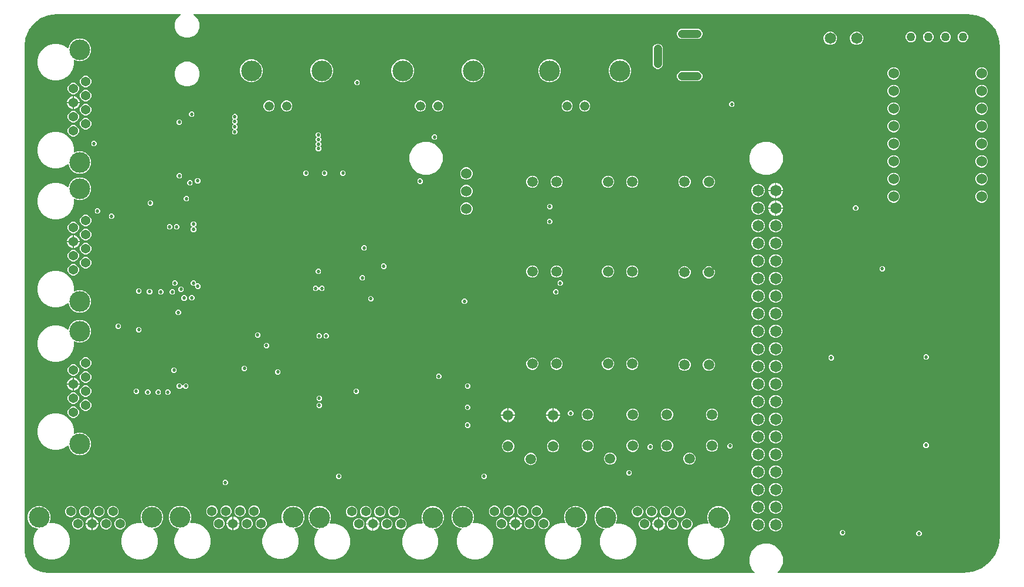
<source format=gbr>
G04 EAGLE Gerber RS-274X export*
G75*
%MOMM*%
%FSLAX34Y34*%
%LPD*%
%INCopper Layer 15*%
%IPPOS*%
%AMOC8*
5,1,8,0,0,1.08239X$1,22.5*%
G01*
G04 Define Apertures*
%ADD10C,1.500000*%
%ADD11C,1.524000*%
%ADD12C,1.335000*%
%ADD13C,3.000000*%
%ADD14C,1.371600*%
%ADD15C,1.200000*%
%ADD16C,1.260000*%
%ADD17C,1.650000*%
%ADD18C,0.525000*%
G36*
X1069014Y25990D02*
X1068717Y25930D01*
X48210Y25930D01*
X48091Y25939D01*
X38067Y27527D01*
X37840Y27601D01*
X28798Y32208D01*
X28605Y32348D01*
X21428Y39525D01*
X21288Y39718D01*
X16681Y48760D01*
X16607Y48987D01*
X15019Y59011D01*
X15010Y59130D01*
X15010Y786518D01*
X15017Y786618D01*
X16571Y798422D01*
X16622Y798614D01*
X21179Y809615D01*
X21278Y809787D01*
X28526Y819233D01*
X28667Y819374D01*
X38113Y826622D01*
X38285Y826721D01*
X49286Y831278D01*
X49478Y831329D01*
X61282Y832883D01*
X61382Y832890D01*
X239768Y832890D01*
X240025Y832845D01*
X240285Y832688D01*
X240462Y832442D01*
X240529Y832146D01*
X240476Y831848D01*
X240311Y831594D01*
X240059Y831424D01*
X239956Y831381D01*
X234989Y826414D01*
X232300Y819923D01*
X232300Y812897D01*
X234989Y806406D01*
X239956Y801439D01*
X246447Y798750D01*
X253473Y798750D01*
X259964Y801439D01*
X264931Y806406D01*
X267620Y812897D01*
X267620Y819923D01*
X264931Y826414D01*
X259964Y831381D01*
X259861Y831424D01*
X259640Y831564D01*
X259461Y831809D01*
X259391Y832104D01*
X259442Y832403D01*
X259605Y832658D01*
X259855Y832830D01*
X260152Y832890D01*
X1377068Y832890D01*
X1377168Y832883D01*
X1388972Y831329D01*
X1389164Y831278D01*
X1400165Y826721D01*
X1400337Y826622D01*
X1409783Y819374D01*
X1409924Y819233D01*
X1417172Y809787D01*
X1417271Y809615D01*
X1421828Y798614D01*
X1421879Y798422D01*
X1423433Y786618D01*
X1423440Y786518D01*
X1423440Y79069D01*
X1423433Y78970D01*
X1421649Y65414D01*
X1421597Y65221D01*
X1416365Y52589D01*
X1416265Y52417D01*
X1407942Y41569D01*
X1407801Y41428D01*
X1396953Y33105D01*
X1396781Y33005D01*
X1384149Y27773D01*
X1383956Y27721D01*
X1370400Y25937D01*
X1370301Y25930D01*
X1102983Y25930D01*
X1102720Y25977D01*
X1102462Y26136D01*
X1102287Y26384D01*
X1102222Y26680D01*
X1102277Y26978D01*
X1102445Y27231D01*
X1106120Y30906D01*
X1109760Y39694D01*
X1109760Y49206D01*
X1106120Y57994D01*
X1099394Y64720D01*
X1090606Y68360D01*
X1081094Y68360D01*
X1072306Y64720D01*
X1065580Y57994D01*
X1061940Y49206D01*
X1061940Y39694D01*
X1065580Y30906D01*
X1069255Y27231D01*
X1069408Y27011D01*
X1069478Y26716D01*
X1069427Y26417D01*
X1069264Y26162D01*
X1069014Y25990D01*
G37*
%LPC*%
G36*
X962964Y797100D02*
X987856Y797100D01*
X990528Y798207D01*
X992573Y800252D01*
X993680Y802924D01*
X993680Y805816D01*
X992573Y808488D01*
X990528Y810533D01*
X987856Y811640D01*
X962964Y811640D01*
X960292Y810533D01*
X958247Y808488D01*
X957140Y805816D01*
X957140Y802924D01*
X958247Y800252D01*
X960292Y798207D01*
X962964Y797100D01*
G37*
G36*
X1214536Y788570D02*
X1218324Y788570D01*
X1221823Y790019D01*
X1224501Y792697D01*
X1225950Y796196D01*
X1225950Y799984D01*
X1224501Y803483D01*
X1221823Y806161D01*
X1218324Y807610D01*
X1214536Y807610D01*
X1211037Y806161D01*
X1208359Y803483D01*
X1206910Y799984D01*
X1206910Y796196D01*
X1208359Y792697D01*
X1211037Y790019D01*
X1214536Y788570D01*
G37*
G36*
X1176436Y788570D02*
X1180224Y788570D01*
X1183723Y790019D01*
X1186401Y792697D01*
X1187850Y796196D01*
X1187850Y799984D01*
X1186401Y803483D01*
X1183723Y806161D01*
X1180224Y807610D01*
X1176436Y807610D01*
X1172937Y806161D01*
X1170259Y803483D01*
X1168810Y799984D01*
X1168810Y796196D01*
X1170259Y792697D01*
X1172937Y790019D01*
X1176436Y788570D01*
G37*
G36*
X1368364Y792300D02*
X1371376Y792300D01*
X1374158Y793452D01*
X1376288Y795582D01*
X1377440Y798364D01*
X1377440Y801376D01*
X1376288Y804158D01*
X1374158Y806288D01*
X1371376Y807440D01*
X1368364Y807440D01*
X1365582Y806288D01*
X1363452Y804158D01*
X1362300Y801376D01*
X1362300Y798364D01*
X1363452Y795582D01*
X1365582Y793452D01*
X1368364Y792300D01*
G37*
G36*
X1343364Y792300D02*
X1346376Y792300D01*
X1349158Y793452D01*
X1351288Y795582D01*
X1352440Y798364D01*
X1352440Y801376D01*
X1351288Y804158D01*
X1349158Y806288D01*
X1346376Y807440D01*
X1343364Y807440D01*
X1340582Y806288D01*
X1338452Y804158D01*
X1337300Y801376D01*
X1337300Y798364D01*
X1338452Y795582D01*
X1340582Y793452D01*
X1343364Y792300D01*
G37*
G36*
X1318364Y792300D02*
X1321376Y792300D01*
X1324158Y793452D01*
X1326288Y795582D01*
X1327440Y798364D01*
X1327440Y801376D01*
X1326288Y804158D01*
X1324158Y806288D01*
X1321376Y807440D01*
X1318364Y807440D01*
X1315582Y806288D01*
X1313452Y804158D01*
X1312300Y801376D01*
X1312300Y798364D01*
X1313452Y795582D01*
X1315582Y793452D01*
X1318364Y792300D01*
G37*
G36*
X1293364Y792300D02*
X1296376Y792300D01*
X1299158Y793452D01*
X1301288Y795582D01*
X1302440Y798364D01*
X1302440Y801376D01*
X1301288Y804158D01*
X1299158Y806288D01*
X1296376Y807440D01*
X1293364Y807440D01*
X1290582Y806288D01*
X1288452Y804158D01*
X1287300Y801376D01*
X1287300Y798364D01*
X1288452Y795582D01*
X1290582Y793452D01*
X1293364Y792300D01*
G37*
G36*
X56776Y737340D02*
X63664Y737340D01*
X70317Y739123D01*
X76283Y742567D01*
X81153Y747437D01*
X84597Y753403D01*
X86380Y760056D01*
X86380Y766241D01*
X86429Y766510D01*
X86590Y766767D01*
X86839Y766940D01*
X87136Y767003D01*
X87434Y766945D01*
X91574Y765230D01*
X98046Y765230D01*
X104026Y767707D01*
X108603Y772284D01*
X111080Y778264D01*
X111080Y784736D01*
X108603Y790716D01*
X104026Y795293D01*
X98046Y797770D01*
X91574Y797770D01*
X85594Y795293D01*
X81017Y790716D01*
X78540Y784736D01*
X78540Y784015D01*
X78493Y783752D01*
X78334Y783494D01*
X78086Y783319D01*
X77790Y783254D01*
X77492Y783309D01*
X77239Y783477D01*
X76283Y784433D01*
X70317Y787877D01*
X63664Y789660D01*
X56776Y789660D01*
X50123Y787877D01*
X44157Y784433D01*
X39287Y779563D01*
X35843Y773597D01*
X34060Y766944D01*
X34060Y760056D01*
X35843Y753403D01*
X39287Y747437D01*
X44157Y742567D01*
X50123Y739123D01*
X56776Y737340D01*
G37*
G36*
X927964Y753600D02*
X930856Y753600D01*
X933528Y754707D01*
X935573Y756752D01*
X936680Y759424D01*
X936680Y784316D01*
X935573Y786988D01*
X933528Y789033D01*
X930856Y790140D01*
X927964Y790140D01*
X925292Y789033D01*
X923247Y786988D01*
X922140Y784316D01*
X922140Y759424D01*
X923247Y756752D01*
X925292Y754707D01*
X927964Y753600D01*
G37*
G36*
X769964Y734830D02*
X776436Y734830D01*
X782416Y737307D01*
X786993Y741884D01*
X789470Y747864D01*
X789470Y754336D01*
X786993Y760316D01*
X782416Y764893D01*
X776436Y767370D01*
X769964Y767370D01*
X763984Y764893D01*
X759407Y760316D01*
X756930Y754336D01*
X756930Y747864D01*
X759407Y741884D01*
X763984Y737307D01*
X769964Y734830D01*
G37*
G36*
X339434Y734830D02*
X345906Y734830D01*
X351886Y737307D01*
X356463Y741884D01*
X358940Y747864D01*
X358940Y754336D01*
X356463Y760316D01*
X351886Y764893D01*
X345906Y767370D01*
X339434Y767370D01*
X333454Y764893D01*
X328877Y760316D01*
X326400Y754336D01*
X326400Y747864D01*
X328877Y741884D01*
X333454Y737307D01*
X339434Y734830D01*
G37*
G36*
X871564Y734830D02*
X878036Y734830D01*
X884016Y737307D01*
X888593Y741884D01*
X891070Y747864D01*
X891070Y754336D01*
X888593Y760316D01*
X884016Y764893D01*
X878036Y767370D01*
X871564Y767370D01*
X865584Y764893D01*
X861007Y760316D01*
X858530Y754336D01*
X858530Y747864D01*
X861007Y741884D01*
X865584Y737307D01*
X871564Y734830D01*
G37*
G36*
X659474Y734830D02*
X665946Y734830D01*
X671926Y737307D01*
X676503Y741884D01*
X678980Y747864D01*
X678980Y754336D01*
X676503Y760316D01*
X671926Y764893D01*
X665946Y767370D01*
X659474Y767370D01*
X653494Y764893D01*
X648917Y760316D01*
X646440Y754336D01*
X646440Y747864D01*
X648917Y741884D01*
X653494Y737307D01*
X659474Y734830D01*
G37*
G36*
X557874Y734830D02*
X564346Y734830D01*
X570326Y737307D01*
X574903Y741884D01*
X577380Y747864D01*
X577380Y754336D01*
X574903Y760316D01*
X570326Y764893D01*
X564346Y767370D01*
X557874Y767370D01*
X551894Y764893D01*
X547317Y760316D01*
X544840Y754336D01*
X544840Y747864D01*
X547317Y741884D01*
X551894Y737307D01*
X557874Y734830D01*
G37*
G36*
X441034Y734830D02*
X447506Y734830D01*
X453486Y737307D01*
X458063Y741884D01*
X460540Y747864D01*
X460540Y754336D01*
X458063Y760316D01*
X453486Y764893D01*
X447506Y767370D01*
X441034Y767370D01*
X435054Y764893D01*
X430477Y760316D01*
X428000Y754336D01*
X428000Y747864D01*
X430477Y741884D01*
X435054Y737307D01*
X441034Y734830D01*
G37*
G36*
X246447Y728750D02*
X253473Y728750D01*
X259964Y731439D01*
X264931Y736406D01*
X267620Y742897D01*
X267620Y749923D01*
X264931Y756414D01*
X259964Y761381D01*
X253473Y764070D01*
X246447Y764070D01*
X239956Y761381D01*
X234989Y756414D01*
X232300Y749923D01*
X232300Y742897D01*
X234989Y736406D01*
X239956Y731439D01*
X246447Y728750D01*
G37*
G36*
X1395002Y738400D02*
X1398538Y738400D01*
X1401806Y739753D01*
X1404307Y742254D01*
X1405660Y745522D01*
X1405660Y749058D01*
X1404307Y752326D01*
X1401806Y754827D01*
X1398538Y756180D01*
X1395002Y756180D01*
X1391734Y754827D01*
X1389233Y752326D01*
X1387880Y749058D01*
X1387880Y745522D01*
X1389233Y742254D01*
X1391734Y739753D01*
X1395002Y738400D01*
G37*
G36*
X1268002Y738400D02*
X1271538Y738400D01*
X1274806Y739753D01*
X1277307Y742254D01*
X1278660Y745522D01*
X1278660Y749058D01*
X1277307Y752326D01*
X1274806Y754827D01*
X1271538Y756180D01*
X1268002Y756180D01*
X1264734Y754827D01*
X1262233Y752326D01*
X1260880Y749058D01*
X1260880Y745522D01*
X1262233Y742254D01*
X1264734Y739753D01*
X1268002Y738400D01*
G37*
G36*
X962964Y736100D02*
X987856Y736100D01*
X990528Y737207D01*
X992573Y739252D01*
X993680Y741924D01*
X993680Y744816D01*
X992573Y747488D01*
X990528Y749533D01*
X987856Y750640D01*
X962964Y750640D01*
X960292Y749533D01*
X958247Y747488D01*
X957140Y744816D01*
X957140Y741924D01*
X958247Y739252D01*
X960292Y737207D01*
X962964Y736100D01*
G37*
G36*
X101783Y727432D02*
X105017Y727432D01*
X108004Y728669D01*
X110291Y730956D01*
X111528Y733943D01*
X111528Y737177D01*
X110291Y740164D01*
X108004Y742451D01*
X105017Y743688D01*
X101783Y743688D01*
X98796Y742451D01*
X96509Y740164D01*
X95272Y737177D01*
X95272Y733943D01*
X96509Y730956D01*
X98796Y728669D01*
X101783Y727432D01*
G37*
G36*
X493687Y730165D02*
X496913Y730165D01*
X499195Y732447D01*
X499195Y735673D01*
X496913Y737955D01*
X493687Y737955D01*
X491405Y735673D01*
X491405Y732447D01*
X493687Y730165D01*
G37*
G36*
X84003Y717272D02*
X87237Y717272D01*
X90224Y718509D01*
X92511Y720796D01*
X93748Y723783D01*
X93748Y727017D01*
X92511Y730004D01*
X90224Y732291D01*
X87237Y733528D01*
X84003Y733528D01*
X81016Y732291D01*
X78729Y730004D01*
X77492Y727017D01*
X77492Y723783D01*
X78729Y720796D01*
X81016Y718509D01*
X84003Y717272D01*
G37*
G36*
X1395002Y713000D02*
X1398538Y713000D01*
X1401806Y714353D01*
X1404307Y716854D01*
X1405660Y720122D01*
X1405660Y723658D01*
X1404307Y726926D01*
X1401806Y729427D01*
X1398538Y730780D01*
X1395002Y730780D01*
X1391734Y729427D01*
X1389233Y726926D01*
X1387880Y723658D01*
X1387880Y720122D01*
X1389233Y716854D01*
X1391734Y714353D01*
X1395002Y713000D01*
G37*
G36*
X1268002Y713000D02*
X1271538Y713000D01*
X1274806Y714353D01*
X1277307Y716854D01*
X1278660Y720122D01*
X1278660Y723658D01*
X1277307Y726926D01*
X1274806Y729427D01*
X1271538Y730780D01*
X1268002Y730780D01*
X1264734Y729427D01*
X1262233Y726926D01*
X1260880Y723658D01*
X1260880Y720122D01*
X1262233Y716854D01*
X1264734Y714353D01*
X1268002Y713000D01*
G37*
G36*
X101783Y707112D02*
X105017Y707112D01*
X108004Y708349D01*
X110291Y710636D01*
X111528Y713623D01*
X111528Y716857D01*
X110291Y719844D01*
X108004Y722131D01*
X105017Y723368D01*
X101783Y723368D01*
X98796Y722131D01*
X96509Y719844D01*
X95272Y716857D01*
X95272Y713623D01*
X96509Y710636D01*
X98796Y708349D01*
X101783Y707112D01*
G37*
G36*
X86382Y705842D02*
X95018Y705842D01*
X95018Y706949D01*
X93587Y710404D01*
X90944Y713047D01*
X87489Y714478D01*
X86382Y714478D01*
X86382Y705842D01*
G37*
G36*
X76222Y705842D02*
X84858Y705842D01*
X84858Y714478D01*
X83751Y714478D01*
X80296Y713047D01*
X77653Y710404D01*
X76222Y706949D01*
X76222Y705842D01*
G37*
G36*
X366490Y692355D02*
X369650Y692355D01*
X372571Y693565D01*
X374805Y695800D01*
X376015Y698720D01*
X376015Y701880D01*
X374805Y704801D01*
X372571Y707035D01*
X369650Y708245D01*
X366490Y708245D01*
X363570Y707035D01*
X361335Y704801D01*
X360125Y701880D01*
X360125Y698720D01*
X361335Y695800D01*
X363570Y693565D01*
X366490Y692355D01*
G37*
G36*
X610330Y692355D02*
X613490Y692355D01*
X616411Y693565D01*
X618645Y695800D01*
X619855Y698720D01*
X619855Y701880D01*
X618645Y704801D01*
X616411Y707035D01*
X613490Y708245D01*
X610330Y708245D01*
X607410Y707035D01*
X605175Y704801D01*
X603965Y701880D01*
X603965Y698720D01*
X605175Y695800D01*
X607410Y693565D01*
X610330Y692355D01*
G37*
G36*
X822420Y692355D02*
X825580Y692355D01*
X828501Y693565D01*
X830735Y695800D01*
X831945Y698720D01*
X831945Y701880D01*
X830735Y704801D01*
X828501Y707035D01*
X825580Y708245D01*
X822420Y708245D01*
X819500Y707035D01*
X817265Y704801D01*
X816055Y701880D01*
X816055Y698720D01*
X817265Y695800D01*
X819500Y693565D01*
X822420Y692355D01*
G37*
G36*
X797020Y692355D02*
X800180Y692355D01*
X803101Y693565D01*
X805335Y695800D01*
X806545Y698720D01*
X806545Y701880D01*
X805335Y704801D01*
X803101Y707035D01*
X800180Y708245D01*
X797020Y708245D01*
X794100Y707035D01*
X791865Y704801D01*
X790655Y701880D01*
X790655Y698720D01*
X791865Y695800D01*
X794100Y693565D01*
X797020Y692355D01*
G37*
G36*
X584930Y692355D02*
X588090Y692355D01*
X591011Y693565D01*
X593245Y695800D01*
X594455Y698720D01*
X594455Y701880D01*
X593245Y704801D01*
X591011Y707035D01*
X588090Y708245D01*
X584930Y708245D01*
X582010Y707035D01*
X579775Y704801D01*
X578565Y701880D01*
X578565Y698720D01*
X579775Y695800D01*
X582010Y693565D01*
X584930Y692355D01*
G37*
G36*
X391890Y692355D02*
X395050Y692355D01*
X397971Y693565D01*
X400205Y695800D01*
X401415Y698720D01*
X401415Y701880D01*
X400205Y704801D01*
X397971Y707035D01*
X395050Y708245D01*
X391890Y708245D01*
X388970Y707035D01*
X386735Y704801D01*
X385525Y701880D01*
X385525Y698720D01*
X386735Y695800D01*
X388970Y693565D01*
X391890Y692355D01*
G37*
G36*
X1034477Y698945D02*
X1037703Y698945D01*
X1039985Y701227D01*
X1039985Y704453D01*
X1037703Y706735D01*
X1034477Y706735D01*
X1032195Y704453D01*
X1032195Y701227D01*
X1034477Y698945D01*
G37*
G36*
X1268002Y687600D02*
X1271538Y687600D01*
X1274806Y688953D01*
X1277307Y691454D01*
X1278660Y694722D01*
X1278660Y698258D01*
X1277307Y701526D01*
X1274806Y704027D01*
X1271538Y705380D01*
X1268002Y705380D01*
X1264734Y704027D01*
X1262233Y701526D01*
X1260880Y698258D01*
X1260880Y694722D01*
X1262233Y691454D01*
X1264734Y688953D01*
X1268002Y687600D01*
G37*
G36*
X1395002Y687600D02*
X1398538Y687600D01*
X1401806Y688953D01*
X1404307Y691454D01*
X1405660Y694722D01*
X1405660Y698258D01*
X1404307Y701526D01*
X1401806Y704027D01*
X1398538Y705380D01*
X1395002Y705380D01*
X1391734Y704027D01*
X1389233Y701526D01*
X1387880Y698258D01*
X1387880Y694722D01*
X1389233Y691454D01*
X1391734Y688953D01*
X1395002Y687600D01*
G37*
G36*
X86382Y695682D02*
X87489Y695682D01*
X90944Y697113D01*
X93587Y699756D01*
X95018Y703211D01*
X95018Y704318D01*
X86382Y704318D01*
X86382Y695682D01*
G37*
G36*
X83751Y695682D02*
X84858Y695682D01*
X84858Y704318D01*
X76222Y704318D01*
X76222Y703211D01*
X77653Y699756D01*
X80296Y697113D01*
X83751Y695682D01*
G37*
G36*
X101783Y686792D02*
X105017Y686792D01*
X108004Y688029D01*
X110291Y690316D01*
X111528Y693303D01*
X111528Y696537D01*
X110291Y699524D01*
X108004Y701811D01*
X105017Y703048D01*
X101783Y703048D01*
X98796Y701811D01*
X96509Y699524D01*
X95272Y696537D01*
X95272Y693303D01*
X96509Y690316D01*
X98796Y688029D01*
X101783Y686792D01*
G37*
G36*
X84003Y676632D02*
X87237Y676632D01*
X90224Y677869D01*
X92511Y680156D01*
X93748Y683143D01*
X93748Y686377D01*
X92511Y689364D01*
X90224Y691651D01*
X87237Y692888D01*
X84003Y692888D01*
X81016Y691651D01*
X78729Y689364D01*
X77492Y686377D01*
X77492Y683143D01*
X78729Y680156D01*
X81016Y677869D01*
X84003Y676632D01*
G37*
G36*
X254927Y684445D02*
X258153Y684445D01*
X260435Y686727D01*
X260435Y689953D01*
X258153Y692235D01*
X254927Y692235D01*
X252645Y689953D01*
X252645Y686727D01*
X254927Y684445D01*
G37*
G36*
X317157Y659045D02*
X320383Y659045D01*
X322665Y661327D01*
X322665Y664553D01*
X321007Y666211D01*
X320849Y666442D01*
X320784Y666738D01*
X320840Y667036D01*
X321007Y667289D01*
X322665Y668947D01*
X322665Y672173D01*
X321007Y673831D01*
X320849Y674062D01*
X320784Y674358D01*
X320840Y674656D01*
X321007Y674909D01*
X322665Y676567D01*
X322665Y679793D01*
X321557Y680901D01*
X321399Y681132D01*
X321334Y681428D01*
X321390Y681726D01*
X321557Y681979D01*
X322698Y683120D01*
X322698Y686346D01*
X320416Y688628D01*
X317190Y688628D01*
X314908Y686346D01*
X314908Y683120D01*
X316016Y682012D01*
X316174Y681781D01*
X316239Y681485D01*
X316183Y681187D01*
X316016Y680934D01*
X314875Y679793D01*
X314875Y676567D01*
X316533Y674909D01*
X316691Y674678D01*
X316756Y674382D01*
X316700Y674084D01*
X316533Y673831D01*
X314875Y672173D01*
X314875Y668947D01*
X316533Y667289D01*
X316691Y667058D01*
X316756Y666762D01*
X316700Y666464D01*
X316533Y666211D01*
X314875Y664553D01*
X314875Y661327D01*
X317157Y659045D01*
G37*
G36*
X101783Y666472D02*
X105017Y666472D01*
X108004Y667709D01*
X110291Y669996D01*
X111528Y672983D01*
X111528Y676217D01*
X110291Y679204D01*
X108004Y681491D01*
X105017Y682728D01*
X101783Y682728D01*
X98796Y681491D01*
X96509Y679204D01*
X95272Y676217D01*
X95272Y672983D01*
X96509Y669996D01*
X98796Y667709D01*
X101783Y666472D01*
G37*
G36*
X237147Y673015D02*
X240373Y673015D01*
X242655Y675297D01*
X242655Y678523D01*
X240373Y680805D01*
X237147Y680805D01*
X234865Y678523D01*
X234865Y675297D01*
X237147Y673015D01*
G37*
G36*
X1268002Y662200D02*
X1271538Y662200D01*
X1274806Y663553D01*
X1277307Y666054D01*
X1278660Y669322D01*
X1278660Y672858D01*
X1277307Y676126D01*
X1274806Y678627D01*
X1271538Y679980D01*
X1268002Y679980D01*
X1264734Y678627D01*
X1262233Y676126D01*
X1260880Y672858D01*
X1260880Y669322D01*
X1262233Y666054D01*
X1264734Y663553D01*
X1268002Y662200D01*
G37*
G36*
X1395002Y662200D02*
X1398538Y662200D01*
X1401806Y663553D01*
X1404307Y666054D01*
X1405660Y669322D01*
X1405660Y672858D01*
X1404307Y676126D01*
X1401806Y678627D01*
X1398538Y679980D01*
X1395002Y679980D01*
X1391734Y678627D01*
X1389233Y676126D01*
X1387880Y672858D01*
X1387880Y669322D01*
X1389233Y666054D01*
X1391734Y663553D01*
X1395002Y662200D01*
G37*
G36*
X84003Y656312D02*
X87237Y656312D01*
X90224Y657549D01*
X92511Y659836D01*
X93748Y662823D01*
X93748Y666057D01*
X92511Y669044D01*
X90224Y671331D01*
X87237Y672568D01*
X84003Y672568D01*
X81016Y671331D01*
X78729Y669044D01*
X77492Y666057D01*
X77492Y662823D01*
X78729Y659836D01*
X81016Y657549D01*
X84003Y656312D01*
G37*
G36*
X91574Y602230D02*
X98046Y602230D01*
X104026Y604707D01*
X108603Y609284D01*
X111080Y615264D01*
X111080Y621736D01*
X108603Y627716D01*
X104026Y632293D01*
X98046Y634770D01*
X91574Y634770D01*
X87434Y633055D01*
X87166Y632998D01*
X86867Y633048D01*
X86612Y633212D01*
X86440Y633462D01*
X86380Y633759D01*
X86380Y639944D01*
X84597Y646597D01*
X81153Y652563D01*
X76283Y657433D01*
X70317Y660877D01*
X63664Y662660D01*
X56776Y662660D01*
X50123Y660877D01*
X44157Y657433D01*
X39287Y652563D01*
X35843Y646597D01*
X34060Y639944D01*
X34060Y633056D01*
X35843Y626403D01*
X39287Y620437D01*
X44157Y615567D01*
X50123Y612123D01*
X56776Y610340D01*
X63664Y610340D01*
X70317Y612123D01*
X76283Y615567D01*
X77239Y616523D01*
X77459Y616676D01*
X77754Y616746D01*
X78053Y616695D01*
X78308Y616532D01*
X78480Y616282D01*
X78540Y615985D01*
X78540Y615264D01*
X81017Y609284D01*
X85594Y604707D01*
X91574Y602230D01*
G37*
G36*
X437840Y634882D02*
X441066Y634882D01*
X443348Y637164D01*
X443348Y640390D01*
X442240Y641498D01*
X442082Y641729D01*
X442017Y642025D01*
X442073Y642323D01*
X442240Y642576D01*
X443348Y643684D01*
X443348Y646910D01*
X442240Y648018D01*
X442082Y648249D01*
X442017Y648545D01*
X442073Y648843D01*
X442240Y649096D01*
X443348Y650204D01*
X443348Y653430D01*
X442207Y654571D01*
X442049Y654802D01*
X441984Y655098D01*
X442040Y655396D01*
X442207Y655649D01*
X443315Y656757D01*
X443315Y659983D01*
X441033Y662265D01*
X437807Y662265D01*
X435525Y659983D01*
X435525Y656757D01*
X436666Y655616D01*
X436824Y655385D01*
X436889Y655089D01*
X436833Y654791D01*
X436666Y654538D01*
X435558Y653430D01*
X435558Y650204D01*
X436666Y649096D01*
X436824Y648865D01*
X436889Y648569D01*
X436833Y648271D01*
X436666Y648018D01*
X435558Y646910D01*
X435558Y643684D01*
X436666Y642576D01*
X436824Y642345D01*
X436889Y642049D01*
X436833Y641751D01*
X436666Y641498D01*
X435558Y640390D01*
X435558Y637164D01*
X437840Y634882D01*
G37*
G36*
X605447Y651425D02*
X608673Y651425D01*
X610955Y653707D01*
X610955Y656933D01*
X608673Y659215D01*
X605447Y659215D01*
X603165Y656933D01*
X603165Y653707D01*
X605447Y651425D01*
G37*
G36*
X1268002Y636800D02*
X1271538Y636800D01*
X1274806Y638153D01*
X1277307Y640654D01*
X1278660Y643922D01*
X1278660Y647458D01*
X1277307Y650726D01*
X1274806Y653227D01*
X1271538Y654580D01*
X1268002Y654580D01*
X1264734Y653227D01*
X1262233Y650726D01*
X1260880Y647458D01*
X1260880Y643922D01*
X1262233Y640654D01*
X1264734Y638153D01*
X1268002Y636800D01*
G37*
G36*
X1395002Y636800D02*
X1398538Y636800D01*
X1401806Y638153D01*
X1404307Y640654D01*
X1405660Y643922D01*
X1405660Y647458D01*
X1404307Y650726D01*
X1401806Y653227D01*
X1398538Y654580D01*
X1395002Y654580D01*
X1391734Y653227D01*
X1389233Y650726D01*
X1387880Y647458D01*
X1387880Y643922D01*
X1389233Y640654D01*
X1391734Y638153D01*
X1395002Y636800D01*
G37*
G36*
X113957Y642112D02*
X117183Y642112D01*
X119465Y644394D01*
X119465Y647620D01*
X117183Y649902D01*
X113957Y649902D01*
X111675Y647620D01*
X111675Y644394D01*
X113957Y642112D01*
G37*
G36*
X590094Y600860D02*
X599606Y600860D01*
X608394Y604500D01*
X615120Y611226D01*
X618760Y620014D01*
X618760Y629526D01*
X615120Y638314D01*
X608394Y645040D01*
X599606Y648680D01*
X590094Y648680D01*
X581306Y645040D01*
X574580Y638314D01*
X570940Y629526D01*
X570940Y620014D01*
X574580Y611226D01*
X581306Y604500D01*
X590094Y600860D01*
G37*
G36*
X1081094Y600540D02*
X1090606Y600540D01*
X1099394Y604180D01*
X1106120Y610906D01*
X1109760Y619694D01*
X1109760Y629206D01*
X1106120Y637994D01*
X1099394Y644720D01*
X1090606Y648360D01*
X1081094Y648360D01*
X1072306Y644720D01*
X1065580Y637994D01*
X1061940Y629206D01*
X1061940Y619694D01*
X1065580Y610906D01*
X1072306Y604180D01*
X1081094Y600540D01*
G37*
G36*
X1395002Y611400D02*
X1398538Y611400D01*
X1401806Y612753D01*
X1404307Y615254D01*
X1405660Y618522D01*
X1405660Y622058D01*
X1404307Y625326D01*
X1401806Y627827D01*
X1398538Y629180D01*
X1395002Y629180D01*
X1391734Y627827D01*
X1389233Y625326D01*
X1387880Y622058D01*
X1387880Y618522D01*
X1389233Y615254D01*
X1391734Y612753D01*
X1395002Y611400D01*
G37*
G36*
X1268002Y611400D02*
X1271538Y611400D01*
X1274806Y612753D01*
X1277307Y615254D01*
X1278660Y618522D01*
X1278660Y622058D01*
X1277307Y625326D01*
X1274806Y627827D01*
X1271538Y629180D01*
X1268002Y629180D01*
X1264734Y627827D01*
X1262233Y625326D01*
X1260880Y622058D01*
X1260880Y618522D01*
X1262233Y615254D01*
X1264734Y612753D01*
X1268002Y611400D01*
G37*
G36*
X651242Y594030D02*
X654778Y594030D01*
X658046Y595383D01*
X660547Y597884D01*
X661900Y601152D01*
X661900Y604688D01*
X660547Y607956D01*
X658046Y610457D01*
X654778Y611810D01*
X651242Y611810D01*
X647974Y610457D01*
X645473Y607956D01*
X644120Y604688D01*
X644120Y601152D01*
X645473Y597884D01*
X647974Y595383D01*
X651242Y594030D01*
G37*
G36*
X420027Y599355D02*
X423253Y599355D01*
X425535Y601637D01*
X425535Y604863D01*
X423253Y607145D01*
X420027Y607145D01*
X417745Y604863D01*
X417745Y601637D01*
X420027Y599355D01*
G37*
G36*
X473367Y599355D02*
X476593Y599355D01*
X478875Y601637D01*
X478875Y604863D01*
X476593Y607145D01*
X473367Y607145D01*
X471085Y604863D01*
X471085Y601637D01*
X473367Y599355D01*
G37*
G36*
X446697Y599355D02*
X449923Y599355D01*
X452205Y601637D01*
X452205Y604863D01*
X449923Y607145D01*
X446697Y607145D01*
X444415Y604863D01*
X444415Y601637D01*
X446697Y599355D01*
G37*
G36*
X1268002Y586000D02*
X1271538Y586000D01*
X1274806Y587353D01*
X1277307Y589854D01*
X1278660Y593122D01*
X1278660Y596658D01*
X1277307Y599926D01*
X1274806Y602427D01*
X1271538Y603780D01*
X1268002Y603780D01*
X1264734Y602427D01*
X1262233Y599926D01*
X1260880Y596658D01*
X1260880Y593122D01*
X1262233Y589854D01*
X1264734Y587353D01*
X1268002Y586000D01*
G37*
G36*
X1395002Y586000D02*
X1398538Y586000D01*
X1401806Y587353D01*
X1404307Y589854D01*
X1405660Y593122D01*
X1405660Y596658D01*
X1404307Y599926D01*
X1401806Y602427D01*
X1398538Y603780D01*
X1395002Y603780D01*
X1391734Y602427D01*
X1389233Y599926D01*
X1387880Y596658D01*
X1387880Y593122D01*
X1389233Y589854D01*
X1391734Y587353D01*
X1395002Y586000D01*
G37*
G36*
X237147Y595545D02*
X240373Y595545D01*
X242655Y597827D01*
X242655Y601053D01*
X240373Y603335D01*
X237147Y603335D01*
X234865Y601053D01*
X234865Y597827D01*
X237147Y595545D01*
G37*
G36*
X781536Y582130D02*
X785024Y582130D01*
X788248Y583465D01*
X790715Y585932D01*
X792050Y589156D01*
X792050Y592644D01*
X790715Y595868D01*
X788248Y598335D01*
X785024Y599670D01*
X781536Y599670D01*
X778312Y598335D01*
X775845Y595868D01*
X774510Y592644D01*
X774510Y589156D01*
X775845Y585932D01*
X778312Y583465D01*
X781536Y582130D01*
G37*
G36*
X1001246Y582130D02*
X1004734Y582130D01*
X1007958Y583465D01*
X1010425Y585932D01*
X1011760Y589156D01*
X1011760Y592644D01*
X1010425Y595868D01*
X1007958Y598335D01*
X1004734Y599670D01*
X1001246Y599670D01*
X998022Y598335D01*
X995555Y595868D01*
X994220Y592644D01*
X994220Y589156D01*
X995555Y585932D01*
X998022Y583465D01*
X1001246Y582130D01*
G37*
G36*
X966246Y582130D02*
X969734Y582130D01*
X972958Y583465D01*
X975425Y585932D01*
X976760Y589156D01*
X976760Y592644D01*
X975425Y595868D01*
X972958Y598335D01*
X969734Y599670D01*
X966246Y599670D01*
X963022Y598335D01*
X960555Y595868D01*
X959220Y592644D01*
X959220Y589156D01*
X960555Y585932D01*
X963022Y583465D01*
X966246Y582130D01*
G37*
G36*
X890756Y582130D02*
X894244Y582130D01*
X897468Y583465D01*
X899935Y585932D01*
X901270Y589156D01*
X901270Y592644D01*
X899935Y595868D01*
X897468Y598335D01*
X894244Y599670D01*
X890756Y599670D01*
X887532Y598335D01*
X885065Y595868D01*
X883730Y592644D01*
X883730Y589156D01*
X885065Y585932D01*
X887532Y583465D01*
X890756Y582130D01*
G37*
G36*
X855756Y582130D02*
X859244Y582130D01*
X862468Y583465D01*
X864935Y585932D01*
X866270Y589156D01*
X866270Y592644D01*
X864935Y595868D01*
X862468Y598335D01*
X859244Y599670D01*
X855756Y599670D01*
X852532Y598335D01*
X850065Y595868D01*
X848730Y592644D01*
X848730Y589156D01*
X850065Y585932D01*
X852532Y583465D01*
X855756Y582130D01*
G37*
G36*
X746536Y582130D02*
X750024Y582130D01*
X753248Y583465D01*
X755715Y585932D01*
X757050Y589156D01*
X757050Y592644D01*
X755715Y595868D01*
X753248Y598335D01*
X750024Y599670D01*
X746536Y599670D01*
X743312Y598335D01*
X740845Y595868D01*
X739510Y592644D01*
X739510Y589156D01*
X740845Y585932D01*
X743312Y583465D01*
X746536Y582130D01*
G37*
G36*
X56776Y536680D02*
X63664Y536680D01*
X70317Y538463D01*
X76283Y541907D01*
X81153Y546777D01*
X84597Y552743D01*
X86380Y559396D01*
X86380Y565581D01*
X86429Y565850D01*
X86590Y566107D01*
X86839Y566280D01*
X87136Y566343D01*
X87434Y566285D01*
X91574Y564570D01*
X98046Y564570D01*
X104026Y567047D01*
X108603Y571624D01*
X111080Y577604D01*
X111080Y584076D01*
X108603Y590056D01*
X104026Y594633D01*
X98046Y597110D01*
X91574Y597110D01*
X85594Y594633D01*
X81017Y590056D01*
X78540Y584076D01*
X78540Y583355D01*
X78493Y583092D01*
X78334Y582834D01*
X78086Y582659D01*
X77790Y582594D01*
X77492Y582649D01*
X77239Y582817D01*
X76283Y583773D01*
X70317Y587217D01*
X63664Y589000D01*
X56776Y589000D01*
X50123Y587217D01*
X44157Y583773D01*
X39287Y578903D01*
X35843Y572937D01*
X34060Y566284D01*
X34060Y559396D01*
X35843Y552743D01*
X39287Y546777D01*
X44157Y541907D01*
X50123Y538463D01*
X56776Y536680D01*
G37*
G36*
X263443Y588420D02*
X266670Y588420D01*
X268952Y590702D01*
X268952Y593928D01*
X266670Y596210D01*
X263443Y596210D01*
X261162Y593928D01*
X261162Y590702D01*
X263443Y588420D01*
G37*
G36*
X584619Y587736D02*
X587845Y587736D01*
X590127Y590018D01*
X590127Y593244D01*
X587845Y595526D01*
X584619Y595526D01*
X582337Y593244D01*
X582337Y590018D01*
X584619Y587736D01*
G37*
G36*
X252387Y585385D02*
X255613Y585385D01*
X257895Y587667D01*
X257895Y590893D01*
X255613Y593175D01*
X252387Y593175D01*
X250105Y590893D01*
X250105Y587667D01*
X252387Y585385D01*
G37*
G36*
X1100312Y578992D02*
X1110340Y578992D01*
X1110340Y580376D01*
X1108697Y584342D01*
X1105662Y587377D01*
X1101696Y589020D01*
X1100312Y589020D01*
X1100312Y578992D01*
G37*
G36*
X1088760Y578992D02*
X1098788Y578992D01*
X1098788Y589020D01*
X1097404Y589020D01*
X1093438Y587377D01*
X1090403Y584342D01*
X1088760Y580376D01*
X1088760Y578992D01*
G37*
G36*
X1072256Y568710D02*
X1076044Y568710D01*
X1079543Y570159D01*
X1082221Y572837D01*
X1083670Y576336D01*
X1083670Y580124D01*
X1082221Y583623D01*
X1079543Y586301D01*
X1076044Y587750D01*
X1072256Y587750D01*
X1068757Y586301D01*
X1066079Y583623D01*
X1064630Y580124D01*
X1064630Y576336D01*
X1066079Y572837D01*
X1068757Y570159D01*
X1072256Y568710D01*
G37*
G36*
X651242Y568630D02*
X654778Y568630D01*
X658046Y569983D01*
X660547Y572484D01*
X661900Y575752D01*
X661900Y579288D01*
X660547Y582556D01*
X658046Y585057D01*
X654778Y586410D01*
X651242Y586410D01*
X647974Y585057D01*
X645473Y582556D01*
X644120Y579288D01*
X644120Y575752D01*
X645473Y572484D01*
X647974Y569983D01*
X651242Y568630D01*
G37*
G36*
X1268002Y560600D02*
X1271538Y560600D01*
X1274806Y561953D01*
X1277307Y564454D01*
X1278660Y567722D01*
X1278660Y571258D01*
X1277307Y574526D01*
X1274806Y577027D01*
X1271538Y578380D01*
X1268002Y578380D01*
X1264734Y577027D01*
X1262233Y574526D01*
X1260880Y571258D01*
X1260880Y567722D01*
X1262233Y564454D01*
X1264734Y561953D01*
X1268002Y560600D01*
G37*
G36*
X1395002Y560600D02*
X1398538Y560600D01*
X1401806Y561953D01*
X1404307Y564454D01*
X1405660Y567722D01*
X1405660Y571258D01*
X1404307Y574526D01*
X1401806Y577027D01*
X1398538Y578380D01*
X1395002Y578380D01*
X1391734Y577027D01*
X1389233Y574526D01*
X1387880Y571258D01*
X1387880Y567722D01*
X1389233Y564454D01*
X1391734Y561953D01*
X1395002Y560600D01*
G37*
G36*
X1100312Y567440D02*
X1101696Y567440D01*
X1105662Y569083D01*
X1108697Y572118D01*
X1110340Y576084D01*
X1110340Y577468D01*
X1100312Y577468D01*
X1100312Y567440D01*
G37*
G36*
X1097404Y567440D02*
X1098788Y567440D01*
X1098788Y577468D01*
X1088760Y577468D01*
X1088760Y576084D01*
X1090403Y572118D01*
X1093438Y569083D01*
X1097404Y567440D01*
G37*
G36*
X247307Y562525D02*
X250533Y562525D01*
X252815Y564807D01*
X252815Y568033D01*
X250533Y570315D01*
X247307Y570315D01*
X245025Y568033D01*
X245025Y564807D01*
X247307Y562525D01*
G37*
G36*
X195237Y556175D02*
X198463Y556175D01*
X200745Y558457D01*
X200745Y561683D01*
X198463Y563965D01*
X195237Y563965D01*
X192955Y561683D01*
X192955Y558457D01*
X195237Y556175D01*
G37*
G36*
X1088760Y553592D02*
X1098788Y553592D01*
X1098788Y563620D01*
X1097404Y563620D01*
X1093438Y561977D01*
X1090403Y558942D01*
X1088760Y554976D01*
X1088760Y553592D01*
G37*
G36*
X1100312Y553592D02*
X1110340Y553592D01*
X1110340Y554976D01*
X1108697Y558942D01*
X1105662Y561977D01*
X1101696Y563620D01*
X1100312Y563620D01*
X1100312Y553592D01*
G37*
G36*
X1072256Y543310D02*
X1076044Y543310D01*
X1079543Y544759D01*
X1082221Y547437D01*
X1083670Y550936D01*
X1083670Y554724D01*
X1082221Y558223D01*
X1079543Y560901D01*
X1076044Y562350D01*
X1072256Y562350D01*
X1068757Y560901D01*
X1066079Y558223D01*
X1064630Y554724D01*
X1064630Y550936D01*
X1066079Y547437D01*
X1068757Y544759D01*
X1072256Y543310D01*
G37*
G36*
X651242Y543230D02*
X654778Y543230D01*
X658046Y544583D01*
X660547Y547084D01*
X661900Y550352D01*
X661900Y553888D01*
X660547Y557156D01*
X658046Y559657D01*
X654778Y561010D01*
X651242Y561010D01*
X647974Y559657D01*
X645473Y557156D01*
X644120Y553888D01*
X644120Y550352D01*
X645473Y547084D01*
X647974Y544583D01*
X651242Y543230D01*
G37*
G36*
X771817Y551095D02*
X775043Y551095D01*
X777325Y553377D01*
X777325Y556603D01*
X775043Y558885D01*
X771817Y558885D01*
X769535Y556603D01*
X769535Y553377D01*
X771817Y551095D01*
G37*
G36*
X1213547Y549085D02*
X1216773Y549085D01*
X1219055Y551367D01*
X1219055Y554593D01*
X1216773Y556875D01*
X1213547Y556875D01*
X1211265Y554593D01*
X1211265Y551367D01*
X1213547Y549085D01*
G37*
G36*
X119037Y544745D02*
X122263Y544745D01*
X124545Y547027D01*
X124545Y550253D01*
X122263Y552535D01*
X119037Y552535D01*
X116755Y550253D01*
X116755Y547027D01*
X119037Y544745D01*
G37*
G36*
X1100312Y542040D02*
X1101696Y542040D01*
X1105662Y543683D01*
X1108697Y546718D01*
X1110340Y550684D01*
X1110340Y552068D01*
X1100312Y552068D01*
X1100312Y542040D01*
G37*
G36*
X1097404Y542040D02*
X1098788Y542040D01*
X1098788Y552068D01*
X1088760Y552068D01*
X1088760Y550684D01*
X1090403Y546718D01*
X1093438Y543683D01*
X1097404Y542040D01*
G37*
G36*
X139357Y537125D02*
X142583Y537125D01*
X144865Y539407D01*
X144865Y542633D01*
X142583Y544915D01*
X139357Y544915D01*
X137075Y542633D01*
X137075Y539407D01*
X139357Y537125D01*
G37*
G36*
X101783Y526772D02*
X105017Y526772D01*
X108004Y528009D01*
X110291Y530296D01*
X111528Y533283D01*
X111528Y536517D01*
X110291Y539504D01*
X108004Y541791D01*
X105017Y543028D01*
X101783Y543028D01*
X98796Y541791D01*
X96509Y539504D01*
X95272Y536517D01*
X95272Y533283D01*
X96509Y530296D01*
X98796Y528009D01*
X101783Y526772D01*
G37*
G36*
X771817Y529505D02*
X775043Y529505D01*
X777325Y531787D01*
X777325Y535013D01*
X775043Y537295D01*
X771817Y537295D01*
X769535Y535013D01*
X769535Y531787D01*
X771817Y529505D01*
G37*
G36*
X1097656Y517910D02*
X1101444Y517910D01*
X1104943Y519359D01*
X1107621Y522037D01*
X1109070Y525536D01*
X1109070Y529324D01*
X1107621Y532823D01*
X1104943Y535501D01*
X1101444Y536950D01*
X1097656Y536950D01*
X1094157Y535501D01*
X1091479Y532823D01*
X1090030Y529324D01*
X1090030Y525536D01*
X1091479Y522037D01*
X1094157Y519359D01*
X1097656Y517910D01*
G37*
G36*
X1072256Y517910D02*
X1076044Y517910D01*
X1079543Y519359D01*
X1082221Y522037D01*
X1083670Y525536D01*
X1083670Y529324D01*
X1082221Y532823D01*
X1079543Y535501D01*
X1076044Y536950D01*
X1072256Y536950D01*
X1068757Y535501D01*
X1066079Y532823D01*
X1064630Y529324D01*
X1064630Y525536D01*
X1066079Y522037D01*
X1068757Y519359D01*
X1072256Y517910D01*
G37*
G36*
X257578Y518075D02*
X260804Y518075D01*
X263086Y520357D01*
X263086Y523583D01*
X261376Y525294D01*
X261218Y525524D01*
X261152Y525820D01*
X261208Y526119D01*
X261376Y526371D01*
X263086Y528082D01*
X263086Y531309D01*
X260804Y533590D01*
X257578Y533590D01*
X255296Y531309D01*
X255296Y528082D01*
X257006Y526371D01*
X257164Y526141D01*
X257230Y525845D01*
X257174Y525547D01*
X257006Y525294D01*
X255296Y523583D01*
X255296Y520357D01*
X257578Y518075D01*
G37*
G36*
X84003Y516612D02*
X87237Y516612D01*
X90224Y517849D01*
X92511Y520136D01*
X93748Y523123D01*
X93748Y526357D01*
X92511Y529344D01*
X90224Y531631D01*
X87237Y532868D01*
X84003Y532868D01*
X81016Y531631D01*
X78729Y529344D01*
X77492Y526357D01*
X77492Y523123D01*
X78729Y520136D01*
X81016Y517849D01*
X84003Y516612D01*
G37*
G36*
X233337Y521885D02*
X236563Y521885D01*
X238845Y524167D01*
X238845Y527393D01*
X236563Y529675D01*
X233337Y529675D01*
X231055Y527393D01*
X231055Y524167D01*
X233337Y521885D01*
G37*
G36*
X223177Y521885D02*
X226403Y521885D01*
X228685Y524167D01*
X228685Y527393D01*
X226403Y529675D01*
X223177Y529675D01*
X220895Y527393D01*
X220895Y524167D01*
X223177Y521885D01*
G37*
G36*
X101783Y506452D02*
X105017Y506452D01*
X108004Y507689D01*
X110291Y509976D01*
X111528Y512963D01*
X111528Y516197D01*
X110291Y519184D01*
X108004Y521471D01*
X105017Y522708D01*
X101783Y522708D01*
X98796Y521471D01*
X96509Y519184D01*
X95272Y516197D01*
X95272Y512963D01*
X96509Y509976D01*
X98796Y507689D01*
X101783Y506452D01*
G37*
G36*
X76222Y505182D02*
X84858Y505182D01*
X84858Y513818D01*
X83751Y513818D01*
X80296Y512387D01*
X77653Y509744D01*
X76222Y506289D01*
X76222Y505182D01*
G37*
G36*
X86382Y505182D02*
X95018Y505182D01*
X95018Y506289D01*
X93587Y509744D01*
X90944Y512387D01*
X87489Y513818D01*
X86382Y513818D01*
X86382Y505182D01*
G37*
G36*
X1097656Y492510D02*
X1101444Y492510D01*
X1104943Y493959D01*
X1107621Y496637D01*
X1109070Y500136D01*
X1109070Y503924D01*
X1107621Y507423D01*
X1104943Y510101D01*
X1101444Y511550D01*
X1097656Y511550D01*
X1094157Y510101D01*
X1091479Y507423D01*
X1090030Y503924D01*
X1090030Y500136D01*
X1091479Y496637D01*
X1094157Y493959D01*
X1097656Y492510D01*
G37*
G36*
X1072256Y492510D02*
X1076044Y492510D01*
X1079543Y493959D01*
X1082221Y496637D01*
X1083670Y500136D01*
X1083670Y503924D01*
X1082221Y507423D01*
X1079543Y510101D01*
X1076044Y511550D01*
X1072256Y511550D01*
X1068757Y510101D01*
X1066079Y507423D01*
X1064630Y503924D01*
X1064630Y500136D01*
X1066079Y496637D01*
X1068757Y493959D01*
X1072256Y492510D01*
G37*
G36*
X86382Y495022D02*
X87489Y495022D01*
X90944Y496453D01*
X93587Y499096D01*
X95018Y502551D01*
X95018Y503658D01*
X86382Y503658D01*
X86382Y495022D01*
G37*
G36*
X83751Y495022D02*
X84858Y495022D01*
X84858Y503658D01*
X76222Y503658D01*
X76222Y502551D01*
X77653Y499096D01*
X80296Y496453D01*
X83751Y495022D01*
G37*
G36*
X101783Y486132D02*
X105017Y486132D01*
X108004Y487369D01*
X110291Y489656D01*
X111528Y492643D01*
X111528Y495877D01*
X110291Y498864D01*
X108004Y501151D01*
X105017Y502388D01*
X101783Y502388D01*
X98796Y501151D01*
X96509Y498864D01*
X95272Y495877D01*
X95272Y492643D01*
X96509Y489656D01*
X98796Y487369D01*
X101783Y486132D01*
G37*
G36*
X503847Y491405D02*
X507073Y491405D01*
X509355Y493687D01*
X509355Y496913D01*
X507073Y499195D01*
X503847Y499195D01*
X501565Y496913D01*
X501565Y493687D01*
X503847Y491405D01*
G37*
G36*
X84003Y475972D02*
X87237Y475972D01*
X90224Y477209D01*
X92511Y479496D01*
X93748Y482483D01*
X93748Y485717D01*
X92511Y488704D01*
X90224Y490991D01*
X87237Y492228D01*
X84003Y492228D01*
X81016Y490991D01*
X78729Y488704D01*
X77492Y485717D01*
X77492Y482483D01*
X78729Y479496D01*
X81016Y477209D01*
X84003Y475972D01*
G37*
G36*
X1097656Y467110D02*
X1101444Y467110D01*
X1104943Y468559D01*
X1107621Y471237D01*
X1109070Y474736D01*
X1109070Y478524D01*
X1107621Y482023D01*
X1104943Y484701D01*
X1101444Y486150D01*
X1097656Y486150D01*
X1094157Y484701D01*
X1091479Y482023D01*
X1090030Y478524D01*
X1090030Y474736D01*
X1091479Y471237D01*
X1094157Y468559D01*
X1097656Y467110D01*
G37*
G36*
X1072256Y467110D02*
X1076044Y467110D01*
X1079543Y468559D01*
X1082221Y471237D01*
X1083670Y474736D01*
X1083670Y478524D01*
X1082221Y482023D01*
X1079543Y484701D01*
X1076044Y486150D01*
X1072256Y486150D01*
X1068757Y484701D01*
X1066079Y482023D01*
X1064630Y478524D01*
X1064630Y474736D01*
X1066079Y471237D01*
X1068757Y468559D01*
X1072256Y467110D01*
G37*
G36*
X101783Y465812D02*
X105017Y465812D01*
X108004Y467049D01*
X110291Y469336D01*
X111528Y472323D01*
X111528Y475557D01*
X110291Y478544D01*
X108004Y480831D01*
X105017Y482068D01*
X101783Y482068D01*
X98796Y480831D01*
X96509Y478544D01*
X95272Y475557D01*
X95272Y472323D01*
X96509Y469336D01*
X98796Y467049D01*
X101783Y465812D01*
G37*
G36*
X532032Y464981D02*
X535259Y464981D01*
X537541Y467262D01*
X537541Y470489D01*
X535259Y472771D01*
X532032Y472771D01*
X529751Y470489D01*
X529751Y467262D01*
X532032Y464981D01*
G37*
G36*
X84003Y455652D02*
X87237Y455652D01*
X90224Y456889D01*
X92511Y459176D01*
X93748Y462163D01*
X93748Y465397D01*
X92511Y468384D01*
X90224Y470671D01*
X87237Y471908D01*
X84003Y471908D01*
X81016Y470671D01*
X78729Y468384D01*
X77492Y465397D01*
X77492Y462163D01*
X78729Y459176D01*
X81016Y456889D01*
X84003Y455652D01*
G37*
G36*
X890756Y452590D02*
X894244Y452590D01*
X897468Y453925D01*
X899935Y456392D01*
X901270Y459616D01*
X901270Y463104D01*
X899935Y466328D01*
X897468Y468795D01*
X894244Y470130D01*
X890756Y470130D01*
X887532Y468795D01*
X885065Y466328D01*
X883730Y463104D01*
X883730Y459616D01*
X885065Y456392D01*
X887532Y453925D01*
X890756Y452590D01*
G37*
G36*
X855756Y452590D02*
X859244Y452590D01*
X862468Y453925D01*
X864935Y456392D01*
X866270Y459616D01*
X866270Y463104D01*
X864935Y466328D01*
X862468Y468795D01*
X859244Y470130D01*
X855756Y470130D01*
X852532Y468795D01*
X850065Y466328D01*
X848730Y463104D01*
X848730Y459616D01*
X850065Y456392D01*
X852532Y453925D01*
X855756Y452590D01*
G37*
G36*
X781536Y452590D02*
X785024Y452590D01*
X788248Y453925D01*
X790715Y456392D01*
X792050Y459616D01*
X792050Y463104D01*
X790715Y466328D01*
X788248Y468795D01*
X785024Y470130D01*
X781536Y470130D01*
X778312Y468795D01*
X775845Y466328D01*
X774510Y463104D01*
X774510Y459616D01*
X775845Y456392D01*
X778312Y453925D01*
X781536Y452590D01*
G37*
G36*
X746536Y452590D02*
X750024Y452590D01*
X753248Y453925D01*
X755715Y456392D01*
X757050Y459616D01*
X757050Y463104D01*
X755715Y466328D01*
X753248Y468795D01*
X750024Y470130D01*
X746536Y470130D01*
X743312Y468795D01*
X740845Y466328D01*
X739510Y463104D01*
X739510Y459616D01*
X740845Y456392D01*
X743312Y453925D01*
X746536Y452590D01*
G37*
G36*
X1251877Y461255D02*
X1255103Y461255D01*
X1257385Y463537D01*
X1257385Y466763D01*
X1255103Y469045D01*
X1251877Y469045D01*
X1249595Y466763D01*
X1249595Y463537D01*
X1251877Y461255D01*
G37*
G36*
X966246Y451320D02*
X969734Y451320D01*
X972958Y452655D01*
X975425Y455122D01*
X976760Y458346D01*
X976760Y461834D01*
X975425Y465058D01*
X972958Y467525D01*
X969734Y468860D01*
X966246Y468860D01*
X963022Y467525D01*
X960555Y465058D01*
X959220Y461834D01*
X959220Y458346D01*
X960555Y455122D01*
X963022Y452655D01*
X966246Y451320D01*
G37*
G36*
X1001246Y451320D02*
X1004734Y451320D01*
X1007958Y452655D01*
X1010425Y455122D01*
X1011760Y458346D01*
X1011760Y461834D01*
X1010425Y465058D01*
X1007958Y467525D01*
X1004734Y468860D01*
X1001246Y468860D01*
X998022Y467525D01*
X995555Y465058D01*
X994220Y461834D01*
X994220Y458346D01*
X995555Y455122D01*
X998022Y452655D01*
X1001246Y451320D01*
G37*
G36*
X437807Y457456D02*
X441033Y457456D01*
X443315Y459738D01*
X443315Y462964D01*
X441033Y465246D01*
X437807Y465246D01*
X435525Y462964D01*
X435525Y459738D01*
X437807Y457456D01*
G37*
G36*
X91574Y401570D02*
X98046Y401570D01*
X104026Y404047D01*
X108603Y408624D01*
X111080Y414604D01*
X111080Y421076D01*
X108603Y427056D01*
X104026Y431633D01*
X98046Y434110D01*
X91574Y434110D01*
X87434Y432395D01*
X87166Y432338D01*
X86867Y432388D01*
X86612Y432552D01*
X86440Y432802D01*
X86380Y433099D01*
X86380Y439284D01*
X84597Y445937D01*
X81153Y451903D01*
X76283Y456773D01*
X70317Y460217D01*
X63664Y462000D01*
X56776Y462000D01*
X50123Y460217D01*
X44157Y456773D01*
X39287Y451903D01*
X35843Y445937D01*
X34060Y439284D01*
X34060Y432396D01*
X35843Y425743D01*
X39287Y419777D01*
X44157Y414907D01*
X50123Y411463D01*
X56776Y409680D01*
X63664Y409680D01*
X70317Y411463D01*
X76283Y414907D01*
X77239Y415863D01*
X77459Y416016D01*
X77754Y416086D01*
X78053Y416035D01*
X78308Y415872D01*
X78480Y415622D01*
X78540Y415325D01*
X78540Y414604D01*
X81017Y408624D01*
X85594Y404047D01*
X91574Y401570D01*
G37*
G36*
X1072256Y441710D02*
X1076044Y441710D01*
X1079543Y443159D01*
X1082221Y445837D01*
X1083670Y449336D01*
X1083670Y453124D01*
X1082221Y456623D01*
X1079543Y459301D01*
X1076044Y460750D01*
X1072256Y460750D01*
X1068757Y459301D01*
X1066079Y456623D01*
X1064630Y453124D01*
X1064630Y449336D01*
X1066079Y445837D01*
X1068757Y443159D01*
X1072256Y441710D01*
G37*
G36*
X1097656Y441710D02*
X1101444Y441710D01*
X1104943Y443159D01*
X1107621Y445837D01*
X1109070Y449336D01*
X1109070Y453124D01*
X1107621Y456623D01*
X1104943Y459301D01*
X1101444Y460750D01*
X1097656Y460750D01*
X1094157Y459301D01*
X1091479Y456623D01*
X1090030Y453124D01*
X1090030Y449336D01*
X1091479Y445837D01*
X1094157Y443159D01*
X1097656Y441710D01*
G37*
G36*
X501307Y448225D02*
X504533Y448225D01*
X506815Y450507D01*
X506815Y453733D01*
X504533Y456015D01*
X501307Y456015D01*
X499025Y453733D01*
X499025Y450507D01*
X501307Y448225D01*
G37*
G36*
X787057Y440605D02*
X790283Y440605D01*
X792565Y442887D01*
X792565Y446113D01*
X790283Y448395D01*
X787057Y448395D01*
X784775Y446113D01*
X784775Y442887D01*
X787057Y440605D01*
G37*
G36*
X230797Y440605D02*
X234023Y440605D01*
X236305Y442887D01*
X236305Y446113D01*
X234023Y448395D01*
X230797Y448395D01*
X228515Y446113D01*
X228515Y442887D01*
X230797Y440605D01*
G37*
G36*
X263733Y436216D02*
X266959Y436216D01*
X269241Y438497D01*
X269241Y441724D01*
X266959Y444006D01*
X263737Y444006D01*
X263462Y444057D01*
X263207Y444220D01*
X263035Y444470D01*
X262975Y444768D01*
X262975Y446113D01*
X260693Y448395D01*
X257467Y448395D01*
X255185Y446113D01*
X255185Y442887D01*
X257467Y440605D01*
X260689Y440605D01*
X260964Y440554D01*
X261219Y440390D01*
X261391Y440140D01*
X261451Y439843D01*
X261451Y438497D01*
X263733Y436216D01*
G37*
G36*
X433997Y432985D02*
X437223Y432985D01*
X439516Y435278D01*
X439747Y435436D01*
X440043Y435501D01*
X440341Y435445D01*
X440594Y435278D01*
X442887Y432985D01*
X446113Y432985D01*
X448395Y435267D01*
X448395Y438493D01*
X446113Y440775D01*
X442887Y440775D01*
X440594Y438482D01*
X440363Y438324D01*
X440067Y438259D01*
X439769Y438315D01*
X439516Y438482D01*
X437223Y440775D01*
X433997Y440775D01*
X431715Y438493D01*
X431715Y435267D01*
X433997Y432985D01*
G37*
G36*
X239687Y431715D02*
X242913Y431715D01*
X245195Y433997D01*
X245195Y437223D01*
X242913Y439505D01*
X239687Y439505D01*
X237405Y437223D01*
X237405Y433997D01*
X239687Y431715D01*
G37*
G36*
X178727Y429175D02*
X181953Y429175D01*
X184235Y431457D01*
X184235Y434683D01*
X181953Y436965D01*
X178727Y436965D01*
X176445Y434683D01*
X176445Y431457D01*
X178727Y429175D01*
G37*
G36*
X194052Y428413D02*
X197278Y428413D01*
X199560Y430695D01*
X199560Y433921D01*
X197278Y436203D01*
X194052Y436203D01*
X191770Y433921D01*
X191770Y430695D01*
X194052Y428413D01*
G37*
G36*
X780707Y427905D02*
X783933Y427905D01*
X786215Y430187D01*
X786215Y433413D01*
X783933Y435695D01*
X780707Y435695D01*
X778425Y433413D01*
X778425Y430187D01*
X780707Y427905D01*
G37*
G36*
X226987Y427905D02*
X230213Y427905D01*
X232495Y430187D01*
X232495Y433413D01*
X230213Y435695D01*
X226987Y435695D01*
X224705Y433413D01*
X224705Y430187D01*
X226987Y427905D01*
G37*
G36*
X210477Y427905D02*
X213703Y427905D01*
X215985Y430187D01*
X215985Y433413D01*
X213703Y435695D01*
X210477Y435695D01*
X208195Y433413D01*
X208195Y430187D01*
X210477Y427905D01*
G37*
G36*
X1097656Y416310D02*
X1101444Y416310D01*
X1104943Y417759D01*
X1107621Y420437D01*
X1109070Y423936D01*
X1109070Y427724D01*
X1107621Y431223D01*
X1104943Y433901D01*
X1101444Y435350D01*
X1097656Y435350D01*
X1094157Y433901D01*
X1091479Y431223D01*
X1090030Y427724D01*
X1090030Y423936D01*
X1091479Y420437D01*
X1094157Y417759D01*
X1097656Y416310D01*
G37*
G36*
X1072256Y416310D02*
X1076044Y416310D01*
X1079543Y417759D01*
X1082221Y420437D01*
X1083670Y423936D01*
X1083670Y427724D01*
X1082221Y431223D01*
X1079543Y433901D01*
X1076044Y435350D01*
X1072256Y435350D01*
X1068757Y433901D01*
X1066079Y431223D01*
X1064630Y427724D01*
X1064630Y423936D01*
X1066079Y420437D01*
X1068757Y417759D01*
X1072256Y416310D01*
G37*
G36*
X255056Y419393D02*
X258283Y419393D01*
X260565Y421675D01*
X260565Y424902D01*
X258283Y427183D01*
X255056Y427183D01*
X252775Y424902D01*
X252775Y421675D01*
X255056Y419393D01*
G37*
G36*
X244007Y419266D02*
X247234Y419266D01*
X249516Y421548D01*
X249516Y424775D01*
X247234Y427056D01*
X244007Y427056D01*
X241726Y424775D01*
X241726Y421548D01*
X244007Y419266D01*
G37*
G36*
X513499Y417999D02*
X516725Y417999D01*
X519007Y420281D01*
X519007Y423507D01*
X516725Y425789D01*
X513499Y425789D01*
X511217Y423507D01*
X511217Y420281D01*
X513499Y417999D01*
G37*
G36*
X648727Y414385D02*
X651953Y414385D01*
X654235Y416667D01*
X654235Y419893D01*
X651953Y422175D01*
X648727Y422175D01*
X646445Y419893D01*
X646445Y416667D01*
X648727Y414385D01*
G37*
G36*
X1072256Y390910D02*
X1076044Y390910D01*
X1079543Y392359D01*
X1082221Y395037D01*
X1083670Y398536D01*
X1083670Y402324D01*
X1082221Y405823D01*
X1079543Y408501D01*
X1076044Y409950D01*
X1072256Y409950D01*
X1068757Y408501D01*
X1066079Y405823D01*
X1064630Y402324D01*
X1064630Y398536D01*
X1066079Y395037D01*
X1068757Y392359D01*
X1072256Y390910D01*
G37*
G36*
X1097656Y390910D02*
X1101444Y390910D01*
X1104943Y392359D01*
X1107621Y395037D01*
X1109070Y398536D01*
X1109070Y402324D01*
X1107621Y405823D01*
X1104943Y408501D01*
X1101444Y409950D01*
X1097656Y409950D01*
X1094157Y408501D01*
X1091479Y405823D01*
X1090030Y402324D01*
X1090030Y398536D01*
X1091479Y395037D01*
X1094157Y392359D01*
X1097656Y390910D01*
G37*
G36*
X235553Y398371D02*
X238779Y398371D01*
X241061Y400653D01*
X241061Y403879D01*
X238779Y406161D01*
X235553Y406161D01*
X233271Y403879D01*
X233271Y400653D01*
X235553Y398371D01*
G37*
G36*
X56776Y330940D02*
X63664Y330940D01*
X70317Y332723D01*
X76283Y336167D01*
X81153Y341037D01*
X84597Y347003D01*
X86380Y353656D01*
X86380Y359841D01*
X86429Y360110D01*
X86590Y360367D01*
X86839Y360540D01*
X87136Y360603D01*
X87434Y360545D01*
X91574Y358830D01*
X98046Y358830D01*
X104026Y361307D01*
X108603Y365884D01*
X111080Y371864D01*
X111080Y378336D01*
X108603Y384316D01*
X104026Y388893D01*
X98046Y391370D01*
X91574Y391370D01*
X85594Y388893D01*
X81017Y384316D01*
X78540Y378336D01*
X78540Y377615D01*
X78493Y377352D01*
X78334Y377094D01*
X78086Y376919D01*
X77790Y376854D01*
X77492Y376909D01*
X77239Y377077D01*
X76283Y378033D01*
X70317Y381477D01*
X63664Y383260D01*
X56776Y383260D01*
X50123Y381477D01*
X44157Y378033D01*
X39287Y373163D01*
X35843Y367197D01*
X34060Y360544D01*
X34060Y353656D01*
X35843Y347003D01*
X39287Y341037D01*
X44157Y336167D01*
X50123Y332723D01*
X56776Y330940D01*
G37*
G36*
X149000Y378375D02*
X152227Y378375D01*
X154509Y380657D01*
X154509Y383883D01*
X152227Y386165D01*
X149000Y386165D01*
X146719Y383883D01*
X146719Y380657D01*
X149000Y378375D01*
G37*
G36*
X1072256Y365510D02*
X1076044Y365510D01*
X1079543Y366959D01*
X1082221Y369637D01*
X1083670Y373136D01*
X1083670Y376924D01*
X1082221Y380423D01*
X1079543Y383101D01*
X1076044Y384550D01*
X1072256Y384550D01*
X1068757Y383101D01*
X1066079Y380423D01*
X1064630Y376924D01*
X1064630Y373136D01*
X1066079Y369637D01*
X1068757Y366959D01*
X1072256Y365510D01*
G37*
G36*
X1097656Y365510D02*
X1101444Y365510D01*
X1104943Y366959D01*
X1107621Y369637D01*
X1109070Y373136D01*
X1109070Y376924D01*
X1107621Y380423D01*
X1104943Y383101D01*
X1101444Y384550D01*
X1097656Y384550D01*
X1094157Y383101D01*
X1091479Y380423D01*
X1090030Y376924D01*
X1090030Y373136D01*
X1091479Y369637D01*
X1094157Y366959D01*
X1097656Y365510D01*
G37*
G36*
X178727Y373295D02*
X181953Y373295D01*
X184235Y375577D01*
X184235Y378803D01*
X181953Y381085D01*
X178727Y381085D01*
X176445Y378803D01*
X176445Y375577D01*
X178727Y373295D01*
G37*
G36*
X350177Y365675D02*
X353403Y365675D01*
X355685Y367957D01*
X355685Y371183D01*
X353403Y373465D01*
X350177Y373465D01*
X347895Y371183D01*
X347895Y367957D01*
X350177Y365675D01*
G37*
G36*
X439077Y364405D02*
X442303Y364405D01*
X444585Y366687D01*
X444585Y369913D01*
X442303Y372195D01*
X439077Y372195D01*
X436795Y369913D01*
X436795Y366687D01*
X439077Y364405D01*
G37*
G36*
X449237Y364405D02*
X452463Y364405D01*
X454745Y366687D01*
X454745Y369913D01*
X452463Y372195D01*
X449237Y372195D01*
X446955Y369913D01*
X446955Y366687D01*
X449237Y364405D01*
G37*
G36*
X1097656Y340110D02*
X1101444Y340110D01*
X1104943Y341559D01*
X1107621Y344237D01*
X1109070Y347736D01*
X1109070Y351524D01*
X1107621Y355023D01*
X1104943Y357701D01*
X1101444Y359150D01*
X1097656Y359150D01*
X1094157Y357701D01*
X1091479Y355023D01*
X1090030Y351524D01*
X1090030Y347736D01*
X1091479Y344237D01*
X1094157Y341559D01*
X1097656Y340110D01*
G37*
G36*
X1072256Y340110D02*
X1076044Y340110D01*
X1079543Y341559D01*
X1082221Y344237D01*
X1083670Y347736D01*
X1083670Y351524D01*
X1082221Y355023D01*
X1079543Y357701D01*
X1076044Y359150D01*
X1072256Y359150D01*
X1068757Y357701D01*
X1066079Y355023D01*
X1064630Y351524D01*
X1064630Y347736D01*
X1066079Y344237D01*
X1068757Y341559D01*
X1072256Y340110D01*
G37*
G36*
X362877Y350435D02*
X366103Y350435D01*
X368385Y352717D01*
X368385Y355943D01*
X366103Y358225D01*
X362877Y358225D01*
X360595Y355943D01*
X360595Y352717D01*
X362877Y350435D01*
G37*
G36*
X1315377Y333925D02*
X1318603Y333925D01*
X1320885Y336207D01*
X1320885Y339433D01*
X1318603Y341715D01*
X1315377Y341715D01*
X1313095Y339433D01*
X1313095Y336207D01*
X1315377Y333925D01*
G37*
G36*
X1178217Y332985D02*
X1181443Y332985D01*
X1183725Y335267D01*
X1183725Y338493D01*
X1181443Y340775D01*
X1178217Y340775D01*
X1175935Y338493D01*
X1175935Y335267D01*
X1178217Y332985D01*
G37*
G36*
X101783Y321032D02*
X105017Y321032D01*
X108004Y322269D01*
X110291Y324556D01*
X111528Y327543D01*
X111528Y330777D01*
X110291Y333764D01*
X108004Y336051D01*
X105017Y337288D01*
X101783Y337288D01*
X98796Y336051D01*
X96509Y333764D01*
X95272Y330777D01*
X95272Y327543D01*
X96509Y324556D01*
X98796Y322269D01*
X101783Y321032D01*
G37*
G36*
X890756Y319240D02*
X894244Y319240D01*
X897468Y320575D01*
X899935Y323042D01*
X901270Y326266D01*
X901270Y329754D01*
X899935Y332978D01*
X897468Y335445D01*
X894244Y336780D01*
X890756Y336780D01*
X887532Y335445D01*
X885065Y332978D01*
X883730Y329754D01*
X883730Y326266D01*
X885065Y323042D01*
X887532Y320575D01*
X890756Y319240D01*
G37*
G36*
X855756Y319240D02*
X859244Y319240D01*
X862468Y320575D01*
X864935Y323042D01*
X866270Y326266D01*
X866270Y329754D01*
X864935Y332978D01*
X862468Y335445D01*
X859244Y336780D01*
X855756Y336780D01*
X852532Y335445D01*
X850065Y332978D01*
X848730Y329754D01*
X848730Y326266D01*
X850065Y323042D01*
X852532Y320575D01*
X855756Y319240D01*
G37*
G36*
X781536Y319240D02*
X785024Y319240D01*
X788248Y320575D01*
X790715Y323042D01*
X792050Y326266D01*
X792050Y329754D01*
X790715Y332978D01*
X788248Y335445D01*
X785024Y336780D01*
X781536Y336780D01*
X778312Y335445D01*
X775845Y332978D01*
X774510Y329754D01*
X774510Y326266D01*
X775845Y323042D01*
X778312Y320575D01*
X781536Y319240D01*
G37*
G36*
X746536Y319240D02*
X750024Y319240D01*
X753248Y320575D01*
X755715Y323042D01*
X757050Y326266D01*
X757050Y329754D01*
X755715Y332978D01*
X753248Y335445D01*
X750024Y336780D01*
X746536Y336780D01*
X743312Y335445D01*
X740845Y332978D01*
X739510Y329754D01*
X739510Y326266D01*
X740845Y323042D01*
X743312Y320575D01*
X746536Y319240D01*
G37*
G36*
X1001246Y317970D02*
X1004734Y317970D01*
X1007958Y319305D01*
X1010425Y321772D01*
X1011760Y324996D01*
X1011760Y328484D01*
X1010425Y331708D01*
X1007958Y334175D01*
X1004734Y335510D01*
X1001246Y335510D01*
X998022Y334175D01*
X995555Y331708D01*
X994220Y328484D01*
X994220Y324996D01*
X995555Y321772D01*
X998022Y319305D01*
X1001246Y317970D01*
G37*
G36*
X966246Y317970D02*
X969734Y317970D01*
X972958Y319305D01*
X975425Y321772D01*
X976760Y324996D01*
X976760Y328484D01*
X975425Y331708D01*
X972958Y334175D01*
X969734Y335510D01*
X966246Y335510D01*
X963022Y334175D01*
X960555Y331708D01*
X959220Y328484D01*
X959220Y324996D01*
X960555Y321772D01*
X963022Y319305D01*
X966246Y317970D01*
G37*
G36*
X1097656Y314710D02*
X1101444Y314710D01*
X1104943Y316159D01*
X1107621Y318837D01*
X1109070Y322336D01*
X1109070Y326124D01*
X1107621Y329623D01*
X1104943Y332301D01*
X1101444Y333750D01*
X1097656Y333750D01*
X1094157Y332301D01*
X1091479Y329623D01*
X1090030Y326124D01*
X1090030Y322336D01*
X1091479Y318837D01*
X1094157Y316159D01*
X1097656Y314710D01*
G37*
G36*
X1072256Y314710D02*
X1076044Y314710D01*
X1079543Y316159D01*
X1082221Y318837D01*
X1083670Y322336D01*
X1083670Y326124D01*
X1082221Y329623D01*
X1079543Y332301D01*
X1076044Y333750D01*
X1072256Y333750D01*
X1068757Y332301D01*
X1066079Y329623D01*
X1064630Y326124D01*
X1064630Y322336D01*
X1066079Y318837D01*
X1068757Y316159D01*
X1072256Y314710D01*
G37*
G36*
X84003Y310872D02*
X87237Y310872D01*
X90224Y312109D01*
X92511Y314396D01*
X93748Y317383D01*
X93748Y320617D01*
X92511Y323604D01*
X90224Y325891D01*
X87237Y327128D01*
X84003Y327128D01*
X81016Y325891D01*
X78729Y323604D01*
X77492Y320617D01*
X77492Y317383D01*
X78729Y314396D01*
X81016Y312109D01*
X84003Y310872D01*
G37*
G36*
X330856Y317415D02*
X334083Y317415D01*
X336365Y319697D01*
X336365Y322923D01*
X334083Y325205D01*
X330856Y325205D01*
X328575Y322923D01*
X328575Y319697D01*
X330856Y317415D01*
G37*
G36*
X229527Y314875D02*
X232753Y314875D01*
X235035Y317157D01*
X235035Y320383D01*
X232753Y322665D01*
X229527Y322665D01*
X227245Y320383D01*
X227245Y317157D01*
X229527Y314875D01*
G37*
G36*
X379387Y312335D02*
X382613Y312335D01*
X384895Y314617D01*
X384895Y317843D01*
X382613Y320125D01*
X379387Y320125D01*
X377105Y317843D01*
X377105Y314617D01*
X379387Y312335D01*
G37*
G36*
X101783Y300712D02*
X105017Y300712D01*
X108004Y301949D01*
X110291Y304236D01*
X111528Y307223D01*
X111528Y310457D01*
X110291Y313444D01*
X108004Y315731D01*
X105017Y316968D01*
X101783Y316968D01*
X98796Y315731D01*
X96509Y313444D01*
X95272Y310457D01*
X95272Y307223D01*
X96509Y304236D01*
X98796Y301949D01*
X101783Y300712D01*
G37*
G36*
X611797Y305985D02*
X615023Y305985D01*
X617305Y308267D01*
X617305Y311493D01*
X615023Y313775D01*
X611797Y313775D01*
X609515Y311493D01*
X609515Y308267D01*
X611797Y305985D01*
G37*
G36*
X1097656Y289310D02*
X1101444Y289310D01*
X1104943Y290759D01*
X1107621Y293437D01*
X1109070Y296936D01*
X1109070Y300724D01*
X1107621Y304223D01*
X1104943Y306901D01*
X1101444Y308350D01*
X1097656Y308350D01*
X1094157Y306901D01*
X1091479Y304223D01*
X1090030Y300724D01*
X1090030Y296936D01*
X1091479Y293437D01*
X1094157Y290759D01*
X1097656Y289310D01*
G37*
G36*
X1072256Y289310D02*
X1076044Y289310D01*
X1079543Y290759D01*
X1082221Y293437D01*
X1083670Y296936D01*
X1083670Y300724D01*
X1082221Y304223D01*
X1079543Y306901D01*
X1076044Y308350D01*
X1072256Y308350D01*
X1068757Y306901D01*
X1066079Y304223D01*
X1064630Y300724D01*
X1064630Y296936D01*
X1066079Y293437D01*
X1068757Y290759D01*
X1072256Y289310D01*
G37*
G36*
X76222Y299442D02*
X84858Y299442D01*
X84858Y308078D01*
X83751Y308078D01*
X80296Y306647D01*
X77653Y304004D01*
X76222Y300549D01*
X76222Y299442D01*
G37*
G36*
X86382Y299442D02*
X95018Y299442D01*
X95018Y300549D01*
X93587Y304004D01*
X90944Y306647D01*
X87489Y308078D01*
X86382Y308078D01*
X86382Y299442D01*
G37*
G36*
X236978Y292015D02*
X240204Y292015D01*
X242709Y294520D01*
X242940Y294678D01*
X243236Y294743D01*
X243534Y294687D01*
X243787Y294520D01*
X246292Y292015D01*
X249518Y292015D01*
X251800Y294297D01*
X251800Y297523D01*
X249518Y299805D01*
X246292Y299805D01*
X243787Y297300D01*
X243556Y297142D01*
X243260Y297077D01*
X242962Y297133D01*
X242709Y297300D01*
X240204Y299805D01*
X236978Y299805D01*
X234696Y297523D01*
X234696Y294297D01*
X236978Y292015D01*
G37*
G36*
X653199Y292015D02*
X656425Y292015D01*
X658707Y294297D01*
X658707Y297523D01*
X656425Y299805D01*
X653199Y299805D01*
X650917Y297523D01*
X650917Y294297D01*
X653199Y292015D01*
G37*
G36*
X86382Y289282D02*
X87489Y289282D01*
X90944Y290713D01*
X93587Y293356D01*
X95018Y296811D01*
X95018Y297918D01*
X86382Y297918D01*
X86382Y289282D01*
G37*
G36*
X83751Y289282D02*
X84858Y289282D01*
X84858Y297918D01*
X76222Y297918D01*
X76222Y296811D01*
X77653Y293356D01*
X80296Y290713D01*
X83751Y289282D01*
G37*
G36*
X101783Y280392D02*
X105017Y280392D01*
X108004Y281629D01*
X110291Y283916D01*
X111528Y286903D01*
X111528Y290137D01*
X110291Y293124D01*
X108004Y295411D01*
X105017Y296648D01*
X101783Y296648D01*
X98796Y295411D01*
X96509Y293124D01*
X95272Y290137D01*
X95272Y286903D01*
X96509Y283916D01*
X98796Y281629D01*
X101783Y280392D01*
G37*
G36*
X174917Y284395D02*
X178143Y284395D01*
X180425Y286677D01*
X180425Y289903D01*
X178143Y292185D01*
X174917Y292185D01*
X172635Y289903D01*
X172635Y286677D01*
X174917Y284395D01*
G37*
G36*
X492417Y284395D02*
X495643Y284395D01*
X497925Y286677D01*
X497925Y289903D01*
X495643Y292185D01*
X492417Y292185D01*
X490135Y289903D01*
X490135Y286677D01*
X492417Y284395D01*
G37*
G36*
X191512Y283125D02*
X194738Y283125D01*
X197020Y285407D01*
X197020Y288633D01*
X194738Y290915D01*
X191512Y290915D01*
X189230Y288633D01*
X189230Y285407D01*
X191512Y283125D01*
G37*
G36*
X220637Y283125D02*
X223863Y283125D01*
X226145Y285407D01*
X226145Y288633D01*
X223863Y290915D01*
X220637Y290915D01*
X218355Y288633D01*
X218355Y285407D01*
X220637Y283125D01*
G37*
G36*
X206667Y283125D02*
X209893Y283125D01*
X212175Y285407D01*
X212175Y288633D01*
X209893Y290915D01*
X206667Y290915D01*
X204385Y288633D01*
X204385Y285407D01*
X206667Y283125D01*
G37*
G36*
X84003Y270232D02*
X87237Y270232D01*
X90224Y271469D01*
X92511Y273756D01*
X93748Y276743D01*
X93748Y279977D01*
X92511Y282964D01*
X90224Y285251D01*
X87237Y286488D01*
X84003Y286488D01*
X81016Y285251D01*
X78729Y282964D01*
X77492Y279977D01*
X77492Y276743D01*
X78729Y273756D01*
X81016Y271469D01*
X84003Y270232D01*
G37*
G36*
X1072256Y263910D02*
X1076044Y263910D01*
X1079543Y265359D01*
X1082221Y268037D01*
X1083670Y271536D01*
X1083670Y275324D01*
X1082221Y278823D01*
X1079543Y281501D01*
X1076044Y282950D01*
X1072256Y282950D01*
X1068757Y281501D01*
X1066079Y278823D01*
X1064630Y275324D01*
X1064630Y271536D01*
X1066079Y268037D01*
X1068757Y265359D01*
X1072256Y263910D01*
G37*
G36*
X1097656Y263910D02*
X1101444Y263910D01*
X1104943Y265359D01*
X1107621Y268037D01*
X1109070Y271536D01*
X1109070Y275324D01*
X1107621Y278823D01*
X1104943Y281501D01*
X1101444Y282950D01*
X1097656Y282950D01*
X1094157Y281501D01*
X1091479Y278823D01*
X1090030Y275324D01*
X1090030Y271536D01*
X1091479Y268037D01*
X1094157Y265359D01*
X1097656Y263910D01*
G37*
G36*
X439077Y274235D02*
X442303Y274235D01*
X444585Y276517D01*
X444585Y279743D01*
X442303Y282025D01*
X439077Y282025D01*
X436795Y279743D01*
X436795Y276517D01*
X439077Y274235D01*
G37*
G36*
X101783Y260072D02*
X105017Y260072D01*
X108004Y261309D01*
X110291Y263596D01*
X111528Y266583D01*
X111528Y269817D01*
X110291Y272804D01*
X108004Y275091D01*
X105017Y276328D01*
X101783Y276328D01*
X98796Y275091D01*
X96509Y272804D01*
X95272Y269817D01*
X95272Y266583D01*
X96509Y263596D01*
X98796Y261309D01*
X101783Y260072D01*
G37*
G36*
X439077Y264075D02*
X442303Y264075D01*
X444585Y266357D01*
X444585Y269583D01*
X442303Y271865D01*
X439077Y271865D01*
X436795Y269583D01*
X436795Y266357D01*
X439077Y264075D01*
G37*
G36*
X653199Y261281D02*
X656425Y261281D01*
X658707Y263563D01*
X658707Y266789D01*
X656425Y269071D01*
X653199Y269071D01*
X650917Y266789D01*
X650917Y263563D01*
X653199Y261281D01*
G37*
G36*
X84003Y249912D02*
X87237Y249912D01*
X90224Y251149D01*
X92511Y253436D01*
X93748Y256423D01*
X93748Y259657D01*
X92511Y262644D01*
X90224Y264931D01*
X87237Y266168D01*
X84003Y266168D01*
X81016Y264931D01*
X78729Y262644D01*
X77492Y259657D01*
X77492Y256423D01*
X78729Y253436D01*
X81016Y251149D01*
X84003Y249912D01*
G37*
G36*
X703216Y254850D02*
X712494Y254850D01*
X712494Y264128D01*
X711259Y264128D01*
X707569Y262600D01*
X704745Y259775D01*
X703216Y256085D01*
X703216Y254850D01*
G37*
G36*
X768216Y254850D02*
X777494Y254850D01*
X777494Y264128D01*
X776259Y264128D01*
X772569Y262600D01*
X769745Y259775D01*
X768216Y256085D01*
X768216Y254850D01*
G37*
G36*
X779018Y254850D02*
X788296Y254850D01*
X788296Y256085D01*
X786768Y259775D01*
X783943Y262600D01*
X780253Y264128D01*
X779018Y264128D01*
X779018Y254850D01*
G37*
G36*
X714018Y254850D02*
X723296Y254850D01*
X723296Y256085D01*
X721768Y259775D01*
X718943Y262600D01*
X715253Y264128D01*
X714018Y264128D01*
X714018Y254850D01*
G37*
G36*
X940906Y245930D02*
X944394Y245930D01*
X947618Y247265D01*
X950085Y249732D01*
X951420Y252955D01*
X951420Y256444D01*
X950085Y259667D01*
X947618Y262134D01*
X944394Y263470D01*
X940906Y263470D01*
X937682Y262134D01*
X935215Y259667D01*
X933880Y256444D01*
X933880Y252955D01*
X935215Y249732D01*
X937682Y247265D01*
X940906Y245930D01*
G37*
G36*
X1005906Y245930D02*
X1009394Y245930D01*
X1012618Y247265D01*
X1015085Y249732D01*
X1016420Y252955D01*
X1016420Y256444D01*
X1015085Y259667D01*
X1012618Y262134D01*
X1009394Y263470D01*
X1005906Y263470D01*
X1002682Y262134D01*
X1000215Y259667D01*
X998880Y256444D01*
X998880Y252955D01*
X1000215Y249732D01*
X1002682Y247265D01*
X1005906Y245930D01*
G37*
G36*
X826352Y245810D02*
X829840Y245810D01*
X833064Y247145D01*
X835531Y249612D01*
X836866Y252836D01*
X836866Y256324D01*
X835531Y259548D01*
X833064Y262015D01*
X829840Y263350D01*
X826352Y263350D01*
X823128Y262015D01*
X820661Y259548D01*
X819326Y256324D01*
X819326Y252836D01*
X820661Y249612D01*
X823128Y247145D01*
X826352Y245810D01*
G37*
G36*
X891352Y245810D02*
X894840Y245810D01*
X898064Y247145D01*
X900531Y249612D01*
X901866Y252836D01*
X901866Y256324D01*
X900531Y259548D01*
X898064Y262015D01*
X894840Y263350D01*
X891352Y263350D01*
X888128Y262015D01*
X885661Y259548D01*
X884326Y256324D01*
X884326Y252836D01*
X885661Y249612D01*
X888128Y247145D01*
X891352Y245810D01*
G37*
G36*
X802043Y252645D02*
X805269Y252645D01*
X807551Y254927D01*
X807551Y258153D01*
X805269Y260435D01*
X802043Y260435D01*
X799761Y258153D01*
X799761Y254927D01*
X802043Y252645D01*
G37*
G36*
X1072256Y238510D02*
X1076044Y238510D01*
X1079543Y239959D01*
X1082221Y242637D01*
X1083670Y246136D01*
X1083670Y249924D01*
X1082221Y253423D01*
X1079543Y256101D01*
X1076044Y257550D01*
X1072256Y257550D01*
X1068757Y256101D01*
X1066079Y253423D01*
X1064630Y249924D01*
X1064630Y246136D01*
X1066079Y242637D01*
X1068757Y239959D01*
X1072256Y238510D01*
G37*
G36*
X1097656Y238510D02*
X1101444Y238510D01*
X1104943Y239959D01*
X1107621Y242637D01*
X1109070Y246136D01*
X1109070Y249924D01*
X1107621Y253423D01*
X1104943Y256101D01*
X1101444Y257550D01*
X1097656Y257550D01*
X1094157Y256101D01*
X1091479Y253423D01*
X1090030Y249924D01*
X1090030Y246136D01*
X1091479Y242637D01*
X1094157Y239959D01*
X1097656Y238510D01*
G37*
G36*
X91574Y195830D02*
X98046Y195830D01*
X104026Y198307D01*
X108603Y202884D01*
X111080Y208864D01*
X111080Y215336D01*
X108603Y221316D01*
X104026Y225893D01*
X98046Y228370D01*
X91574Y228370D01*
X87434Y226655D01*
X87166Y226598D01*
X86867Y226648D01*
X86612Y226812D01*
X86440Y227062D01*
X86380Y227359D01*
X86380Y233544D01*
X84597Y240197D01*
X81153Y246163D01*
X76283Y251033D01*
X70317Y254477D01*
X63664Y256260D01*
X56776Y256260D01*
X50123Y254477D01*
X44157Y251033D01*
X39287Y246163D01*
X35843Y240197D01*
X34060Y233544D01*
X34060Y226656D01*
X35843Y220003D01*
X39287Y214037D01*
X44157Y209167D01*
X50123Y205723D01*
X56776Y203940D01*
X63664Y203940D01*
X70317Y205723D01*
X76283Y209167D01*
X77239Y210123D01*
X77459Y210276D01*
X77754Y210346D01*
X78053Y210295D01*
X78308Y210132D01*
X78480Y209882D01*
X78540Y209585D01*
X78540Y208864D01*
X81017Y202884D01*
X85594Y198307D01*
X91574Y195830D01*
G37*
G36*
X779018Y244048D02*
X780253Y244048D01*
X783943Y245577D01*
X786768Y248401D01*
X788296Y252091D01*
X788296Y253326D01*
X779018Y253326D01*
X779018Y244048D01*
G37*
G36*
X776259Y244048D02*
X777494Y244048D01*
X777494Y253326D01*
X768216Y253326D01*
X768216Y252091D01*
X769745Y248401D01*
X772569Y245577D01*
X776259Y244048D01*
G37*
G36*
X714018Y244048D02*
X715253Y244048D01*
X718943Y245577D01*
X721768Y248401D01*
X723296Y252091D01*
X723296Y253326D01*
X714018Y253326D01*
X714018Y244048D01*
G37*
G36*
X711259Y244048D02*
X712494Y244048D01*
X712494Y253326D01*
X703216Y253326D01*
X703216Y252091D01*
X704745Y248401D01*
X707569Y245577D01*
X711259Y244048D01*
G37*
G36*
X653199Y235458D02*
X656425Y235458D01*
X658707Y237740D01*
X658707Y240966D01*
X656425Y243248D01*
X653199Y243248D01*
X650917Y240966D01*
X650917Y237740D01*
X653199Y235458D01*
G37*
G36*
X1072256Y213110D02*
X1076044Y213110D01*
X1079543Y214559D01*
X1082221Y217237D01*
X1083670Y220736D01*
X1083670Y224524D01*
X1082221Y228023D01*
X1079543Y230701D01*
X1076044Y232150D01*
X1072256Y232150D01*
X1068757Y230701D01*
X1066079Y228023D01*
X1064630Y224524D01*
X1064630Y220736D01*
X1066079Y217237D01*
X1068757Y214559D01*
X1072256Y213110D01*
G37*
G36*
X1097656Y213110D02*
X1101444Y213110D01*
X1104943Y214559D01*
X1107621Y217237D01*
X1109070Y220736D01*
X1109070Y224524D01*
X1107621Y228023D01*
X1104943Y230701D01*
X1101444Y232150D01*
X1097656Y232150D01*
X1094157Y230701D01*
X1091479Y228023D01*
X1090030Y224524D01*
X1090030Y220736D01*
X1091479Y217237D01*
X1094157Y214559D01*
X1097656Y213110D01*
G37*
G36*
X940906Y200930D02*
X944394Y200930D01*
X947618Y202265D01*
X950085Y204732D01*
X951420Y207955D01*
X951420Y211444D01*
X950085Y214667D01*
X947618Y217134D01*
X944394Y218470D01*
X940906Y218470D01*
X937682Y217134D01*
X935215Y214667D01*
X933880Y211444D01*
X933880Y207955D01*
X935215Y204732D01*
X937682Y202265D01*
X940906Y200930D01*
G37*
G36*
X1005906Y200930D02*
X1009394Y200930D01*
X1012618Y202265D01*
X1015085Y204732D01*
X1016420Y207955D01*
X1016420Y211444D01*
X1015085Y214667D01*
X1012618Y217134D01*
X1009394Y218470D01*
X1005906Y218470D01*
X1002682Y217134D01*
X1000215Y214667D01*
X998880Y211444D01*
X998880Y207955D01*
X1000215Y204732D01*
X1002682Y202265D01*
X1005906Y200930D01*
G37*
G36*
X891352Y200810D02*
X894840Y200810D01*
X898064Y202145D01*
X900531Y204612D01*
X901866Y207836D01*
X901866Y211324D01*
X900531Y214548D01*
X898064Y217015D01*
X894840Y218350D01*
X891352Y218350D01*
X888128Y217015D01*
X885661Y214548D01*
X884326Y211324D01*
X884326Y207836D01*
X885661Y204612D01*
X888128Y202145D01*
X891352Y200810D01*
G37*
G36*
X826352Y200810D02*
X829840Y200810D01*
X833064Y202145D01*
X835531Y204612D01*
X836866Y207836D01*
X836866Y211324D01*
X835531Y214548D01*
X833064Y217015D01*
X829840Y218350D01*
X826352Y218350D01*
X823128Y217015D01*
X820661Y214548D01*
X819326Y211324D01*
X819326Y207836D01*
X820661Y204612D01*
X823128Y202145D01*
X826352Y200810D01*
G37*
G36*
X711512Y200318D02*
X715000Y200318D01*
X718224Y201653D01*
X720691Y204120D01*
X722026Y207344D01*
X722026Y210832D01*
X720691Y214056D01*
X718224Y216523D01*
X715000Y217858D01*
X711512Y217858D01*
X708288Y216523D01*
X705821Y214056D01*
X704486Y210832D01*
X704486Y207344D01*
X705821Y204120D01*
X708288Y201653D01*
X711512Y200318D01*
G37*
G36*
X776512Y200318D02*
X780000Y200318D01*
X783224Y201653D01*
X785691Y204120D01*
X787026Y207344D01*
X787026Y210832D01*
X785691Y214056D01*
X783224Y216523D01*
X780000Y217858D01*
X776512Y217858D01*
X773288Y216523D01*
X770821Y214056D01*
X769486Y210832D01*
X769486Y207344D01*
X770821Y204120D01*
X773288Y201653D01*
X776512Y200318D01*
G37*
G36*
X1315123Y206671D02*
X1318349Y206671D01*
X1320631Y208953D01*
X1320631Y212179D01*
X1318349Y214461D01*
X1315123Y214461D01*
X1312841Y212179D01*
X1312841Y208953D01*
X1315123Y206671D01*
G37*
G36*
X1031969Y205505D02*
X1035195Y205505D01*
X1037477Y207787D01*
X1037477Y211013D01*
X1035195Y213295D01*
X1031969Y213295D01*
X1029687Y211013D01*
X1029687Y207787D01*
X1031969Y205505D01*
G37*
G36*
X916907Y204235D02*
X920133Y204235D01*
X922415Y206517D01*
X922415Y209743D01*
X920133Y212025D01*
X916907Y212025D01*
X914625Y209743D01*
X914625Y206517D01*
X916907Y204235D01*
G37*
G36*
X1072256Y187710D02*
X1076044Y187710D01*
X1079543Y189159D01*
X1082221Y191837D01*
X1083670Y195336D01*
X1083670Y199124D01*
X1082221Y202623D01*
X1079543Y205301D01*
X1076044Y206750D01*
X1072256Y206750D01*
X1068757Y205301D01*
X1066079Y202623D01*
X1064630Y199124D01*
X1064630Y195336D01*
X1066079Y191837D01*
X1068757Y189159D01*
X1072256Y187710D01*
G37*
G36*
X1097656Y187710D02*
X1101444Y187710D01*
X1104943Y189159D01*
X1107621Y191837D01*
X1109070Y195336D01*
X1109070Y199124D01*
X1107621Y202623D01*
X1104943Y205301D01*
X1101444Y206750D01*
X1097656Y206750D01*
X1094157Y205301D01*
X1091479Y202623D01*
X1090030Y199124D01*
X1090030Y195336D01*
X1091479Y191837D01*
X1094157Y189159D01*
X1097656Y187710D01*
G37*
G36*
X973406Y182430D02*
X976894Y182430D01*
X980118Y183765D01*
X982585Y186232D01*
X983920Y189455D01*
X983920Y192944D01*
X982585Y196167D01*
X980118Y198634D01*
X976894Y199970D01*
X973406Y199970D01*
X970182Y198634D01*
X967715Y196167D01*
X966380Y192944D01*
X966380Y189455D01*
X967715Y186232D01*
X970182Y183765D01*
X973406Y182430D01*
G37*
G36*
X858852Y182310D02*
X862340Y182310D01*
X865564Y183645D01*
X868031Y186112D01*
X869366Y189336D01*
X869366Y192824D01*
X868031Y196048D01*
X865564Y198515D01*
X862340Y199850D01*
X858852Y199850D01*
X855628Y198515D01*
X853161Y196048D01*
X851826Y192824D01*
X851826Y189336D01*
X853161Y186112D01*
X855628Y183645D01*
X858852Y182310D01*
G37*
G36*
X744012Y181818D02*
X747500Y181818D01*
X750724Y183153D01*
X753191Y185620D01*
X754526Y188844D01*
X754526Y192332D01*
X753191Y195556D01*
X750724Y198023D01*
X747500Y199358D01*
X744012Y199358D01*
X740788Y198023D01*
X738321Y195556D01*
X736986Y192332D01*
X736986Y188844D01*
X738321Y185620D01*
X740788Y183153D01*
X744012Y181818D01*
G37*
G36*
X1097656Y162310D02*
X1101444Y162310D01*
X1104943Y163759D01*
X1107621Y166437D01*
X1109070Y169936D01*
X1109070Y173724D01*
X1107621Y177223D01*
X1104943Y179901D01*
X1101444Y181350D01*
X1097656Y181350D01*
X1094157Y179901D01*
X1091479Y177223D01*
X1090030Y173724D01*
X1090030Y169936D01*
X1091479Y166437D01*
X1094157Y163759D01*
X1097656Y162310D01*
G37*
G36*
X1072256Y162310D02*
X1076044Y162310D01*
X1079543Y163759D01*
X1082221Y166437D01*
X1083670Y169936D01*
X1083670Y173724D01*
X1082221Y177223D01*
X1079543Y179901D01*
X1076044Y181350D01*
X1072256Y181350D01*
X1068757Y179901D01*
X1066079Y177223D01*
X1064630Y173724D01*
X1064630Y169936D01*
X1066079Y166437D01*
X1068757Y163759D01*
X1072256Y162310D01*
G37*
G36*
X886371Y166793D02*
X889597Y166793D01*
X891879Y169075D01*
X891879Y172301D01*
X889597Y174583D01*
X886371Y174583D01*
X884089Y172301D01*
X884089Y169075D01*
X886371Y166793D01*
G37*
G36*
X467271Y161713D02*
X470497Y161713D01*
X472779Y163995D01*
X472779Y167221D01*
X470497Y169503D01*
X467271Y169503D01*
X464989Y167221D01*
X464989Y163995D01*
X467271Y161713D01*
G37*
G36*
X676821Y161713D02*
X680047Y161713D01*
X682329Y163995D01*
X682329Y167221D01*
X680047Y169503D01*
X676821Y169503D01*
X674539Y167221D01*
X674539Y163995D01*
X676821Y161713D01*
G37*
G36*
X303441Y152823D02*
X306667Y152823D01*
X308949Y155105D01*
X308949Y158331D01*
X306667Y160613D01*
X303441Y160613D01*
X301159Y158331D01*
X301159Y155105D01*
X303441Y152823D01*
G37*
G36*
X1097656Y136910D02*
X1101444Y136910D01*
X1104943Y138359D01*
X1107621Y141037D01*
X1109070Y144536D01*
X1109070Y148324D01*
X1107621Y151823D01*
X1104943Y154501D01*
X1101444Y155950D01*
X1097656Y155950D01*
X1094157Y154501D01*
X1091479Y151823D01*
X1090030Y148324D01*
X1090030Y144536D01*
X1091479Y141037D01*
X1094157Y138359D01*
X1097656Y136910D01*
G37*
G36*
X1072256Y136910D02*
X1076044Y136910D01*
X1079543Y138359D01*
X1082221Y141037D01*
X1083670Y144536D01*
X1083670Y148324D01*
X1082221Y151823D01*
X1079543Y154501D01*
X1076044Y155950D01*
X1072256Y155950D01*
X1068757Y154501D01*
X1066079Y151823D01*
X1064630Y148324D01*
X1064630Y144536D01*
X1066079Y141037D01*
X1068757Y138359D01*
X1072256Y136910D01*
G37*
G36*
X1097656Y111510D02*
X1101444Y111510D01*
X1104943Y112959D01*
X1107621Y115637D01*
X1109070Y119136D01*
X1109070Y122924D01*
X1107621Y126423D01*
X1104943Y129101D01*
X1101444Y130550D01*
X1097656Y130550D01*
X1094157Y129101D01*
X1091479Y126423D01*
X1090030Y122924D01*
X1090030Y119136D01*
X1091479Y115637D01*
X1094157Y112959D01*
X1097656Y111510D01*
G37*
G36*
X1072256Y111510D02*
X1076044Y111510D01*
X1079543Y112959D01*
X1082221Y115637D01*
X1083670Y119136D01*
X1083670Y122924D01*
X1082221Y126423D01*
X1079543Y129101D01*
X1076044Y130550D01*
X1072256Y130550D01*
X1068757Y129101D01*
X1066079Y126423D01*
X1064630Y122924D01*
X1064630Y119136D01*
X1066079Y115637D01*
X1068757Y112959D01*
X1072256Y111510D01*
G37*
G36*
X345088Y107181D02*
X348321Y107181D01*
X351309Y108418D01*
X353595Y110704D01*
X354833Y113692D01*
X354833Y116925D01*
X353595Y119913D01*
X351309Y122199D01*
X348321Y123437D01*
X345088Y123437D01*
X342100Y122199D01*
X339814Y119913D01*
X338577Y116925D01*
X338577Y113692D01*
X339814Y110704D01*
X342100Y108418D01*
X345088Y107181D01*
G37*
G36*
X324768Y107181D02*
X328001Y107181D01*
X330989Y108418D01*
X333275Y110704D01*
X334513Y113692D01*
X334513Y116925D01*
X333275Y119913D01*
X330989Y122199D01*
X328001Y123437D01*
X324768Y123437D01*
X321780Y122199D01*
X319494Y119913D01*
X318257Y116925D01*
X318257Y113692D01*
X319494Y110704D01*
X321780Y108418D01*
X324768Y107181D01*
G37*
G36*
X304448Y107181D02*
X307681Y107181D01*
X310669Y108418D01*
X312955Y110704D01*
X314193Y113692D01*
X314193Y116925D01*
X312955Y119913D01*
X310669Y122199D01*
X307681Y123437D01*
X304448Y123437D01*
X301460Y122199D01*
X299174Y119913D01*
X297937Y116925D01*
X297937Y113692D01*
X299174Y110704D01*
X301460Y108418D01*
X304448Y107181D01*
G37*
G36*
X284128Y107181D02*
X287361Y107181D01*
X290349Y108418D01*
X292635Y110704D01*
X293873Y113692D01*
X293873Y116925D01*
X292635Y119913D01*
X290349Y122199D01*
X287361Y123437D01*
X284128Y123437D01*
X281140Y122199D01*
X278854Y119913D01*
X277617Y116925D01*
X277617Y113692D01*
X278854Y110704D01*
X281140Y108418D01*
X284128Y107181D01*
G37*
G36*
X752988Y106951D02*
X756221Y106951D01*
X759209Y108188D01*
X761495Y110474D01*
X762733Y113462D01*
X762733Y116695D01*
X761495Y119683D01*
X759209Y121969D01*
X756221Y123207D01*
X752988Y123207D01*
X750000Y121969D01*
X747714Y119683D01*
X746477Y116695D01*
X746477Y113462D01*
X747714Y110474D01*
X750000Y108188D01*
X752988Y106951D01*
G37*
G36*
X692028Y106951D02*
X695261Y106951D01*
X698249Y108188D01*
X700535Y110474D01*
X701773Y113462D01*
X701773Y116695D01*
X700535Y119683D01*
X698249Y121969D01*
X695261Y123207D01*
X692028Y123207D01*
X689040Y121969D01*
X686754Y119683D01*
X685517Y116695D01*
X685517Y113462D01*
X686754Y110474D01*
X689040Y108188D01*
X692028Y106951D01*
G37*
G36*
X732668Y106951D02*
X735901Y106951D01*
X738889Y108188D01*
X741175Y110474D01*
X742413Y113462D01*
X742413Y116695D01*
X741175Y119683D01*
X738889Y121969D01*
X735901Y123207D01*
X732668Y123207D01*
X729680Y121969D01*
X727394Y119683D01*
X726157Y116695D01*
X726157Y113462D01*
X727394Y110474D01*
X729680Y108188D01*
X732668Y106951D01*
G37*
G36*
X712348Y106951D02*
X715581Y106951D01*
X718569Y108188D01*
X720855Y110474D01*
X722093Y113462D01*
X722093Y116695D01*
X720855Y119683D01*
X718569Y121969D01*
X715581Y123207D01*
X712348Y123207D01*
X709360Y121969D01*
X707074Y119683D01*
X705837Y116695D01*
X705837Y113462D01*
X707074Y110474D01*
X709360Y108188D01*
X712348Y106951D01*
G37*
G36*
X80502Y106755D02*
X83735Y106755D01*
X86723Y107992D01*
X89009Y110278D01*
X90247Y113266D01*
X90247Y116499D01*
X89009Y119487D01*
X86723Y121773D01*
X83735Y123011D01*
X80502Y123011D01*
X77514Y121773D01*
X75228Y119487D01*
X73991Y116499D01*
X73991Y113266D01*
X75228Y110278D01*
X77514Y107992D01*
X80502Y106755D01*
G37*
G36*
X141462Y106755D02*
X144695Y106755D01*
X147683Y107992D01*
X149969Y110278D01*
X151207Y113266D01*
X151207Y116499D01*
X149969Y119487D01*
X147683Y121773D01*
X144695Y123011D01*
X141462Y123011D01*
X138474Y121773D01*
X136188Y119487D01*
X134951Y116499D01*
X134951Y113266D01*
X136188Y110278D01*
X138474Y107992D01*
X141462Y106755D01*
G37*
G36*
X121142Y106755D02*
X124375Y106755D01*
X127363Y107992D01*
X129649Y110278D01*
X130887Y113266D01*
X130887Y116499D01*
X129649Y119487D01*
X127363Y121773D01*
X124375Y123011D01*
X121142Y123011D01*
X118154Y121773D01*
X115868Y119487D01*
X114631Y116499D01*
X114631Y113266D01*
X115868Y110278D01*
X118154Y107992D01*
X121142Y106755D01*
G37*
G36*
X100822Y106755D02*
X104055Y106755D01*
X107043Y107992D01*
X109329Y110278D01*
X110567Y113266D01*
X110567Y116499D01*
X109329Y119487D01*
X107043Y121773D01*
X104055Y123011D01*
X100822Y123011D01*
X97834Y121773D01*
X95548Y119487D01*
X94311Y116499D01*
X94311Y113266D01*
X95548Y110278D01*
X97834Y107992D01*
X100822Y106755D01*
G37*
G36*
X381361Y45969D02*
X388249Y45969D01*
X394902Y47751D01*
X400867Y51195D01*
X405738Y56066D01*
X409182Y62031D01*
X410965Y68685D01*
X410965Y75573D01*
X409182Y82226D01*
X405738Y88191D01*
X404781Y89148D01*
X404628Y89367D01*
X404558Y89662D01*
X404609Y89961D01*
X404773Y90217D01*
X405023Y90388D01*
X405320Y90449D01*
X406041Y90449D01*
X412021Y92926D01*
X416598Y97502D01*
X419075Y103482D01*
X419075Y109955D01*
X416598Y115935D01*
X412021Y120512D01*
X406041Y122989D01*
X399568Y122989D01*
X393588Y120512D01*
X389012Y115935D01*
X386535Y109955D01*
X386535Y103482D01*
X388249Y99342D01*
X388307Y99075D01*
X388256Y98776D01*
X388093Y98520D01*
X387843Y98349D01*
X387545Y98289D01*
X381361Y98289D01*
X374707Y96506D01*
X368742Y93062D01*
X363871Y88191D01*
X360427Y82226D01*
X358645Y75573D01*
X358645Y68685D01*
X360427Y62031D01*
X363871Y56066D01*
X368742Y51195D01*
X374707Y47751D01*
X381361Y45969D01*
G37*
G36*
X254361Y45969D02*
X261249Y45969D01*
X267902Y47751D01*
X273867Y51195D01*
X278738Y56066D01*
X282182Y62031D01*
X283965Y68685D01*
X283965Y75573D01*
X282182Y82226D01*
X278738Y88191D01*
X273867Y93062D01*
X267902Y96506D01*
X261249Y98289D01*
X255064Y98289D01*
X254795Y98338D01*
X254538Y98499D01*
X254364Y98748D01*
X254302Y99045D01*
X254360Y99342D01*
X256075Y103482D01*
X256075Y109955D01*
X253598Y115935D01*
X249021Y120512D01*
X243041Y122989D01*
X236568Y122989D01*
X230588Y120512D01*
X226012Y115935D01*
X223535Y109955D01*
X223535Y103482D01*
X226012Y97502D01*
X230588Y92926D01*
X236568Y90449D01*
X237289Y90449D01*
X237552Y90402D01*
X237810Y90242D01*
X237986Y89995D01*
X238051Y89699D01*
X237995Y89401D01*
X237828Y89148D01*
X236871Y88191D01*
X233427Y82226D01*
X231645Y75573D01*
X231645Y68685D01*
X233427Y62031D01*
X236871Y56066D01*
X241742Y51195D01*
X247707Y47751D01*
X254361Y45969D01*
G37*
G36*
X662261Y45739D02*
X669149Y45739D01*
X675802Y47521D01*
X681767Y50965D01*
X686638Y55836D01*
X690082Y61801D01*
X691865Y68455D01*
X691865Y75343D01*
X690082Y81996D01*
X686638Y87961D01*
X681767Y92832D01*
X675802Y96276D01*
X669149Y98059D01*
X662964Y98059D01*
X662695Y98108D01*
X662438Y98269D01*
X662264Y98518D01*
X662202Y98815D01*
X662260Y99112D01*
X663975Y103252D01*
X663975Y109725D01*
X661498Y115705D01*
X656921Y120282D01*
X650941Y122759D01*
X644468Y122759D01*
X638488Y120282D01*
X633912Y115705D01*
X631435Y109725D01*
X631435Y103252D01*
X633912Y97272D01*
X638488Y92696D01*
X644468Y90219D01*
X645189Y90219D01*
X645452Y90172D01*
X645710Y90012D01*
X645886Y89765D01*
X645951Y89469D01*
X645895Y89171D01*
X645728Y88918D01*
X644771Y87961D01*
X641327Y81996D01*
X639545Y75343D01*
X639545Y68455D01*
X641327Y61801D01*
X644771Y55836D01*
X649642Y50965D01*
X655607Y47521D01*
X662261Y45739D01*
G37*
G36*
X789261Y45739D02*
X796149Y45739D01*
X802802Y47521D01*
X808767Y50965D01*
X813638Y55836D01*
X817082Y61801D01*
X818865Y68455D01*
X818865Y75343D01*
X817082Y81996D01*
X813638Y87961D01*
X812681Y88918D01*
X812528Y89137D01*
X812458Y89432D01*
X812509Y89731D01*
X812673Y89987D01*
X812923Y90158D01*
X813220Y90219D01*
X813941Y90219D01*
X819921Y92696D01*
X824498Y97272D01*
X826975Y103252D01*
X826975Y109725D01*
X824498Y115705D01*
X819921Y120282D01*
X813941Y122759D01*
X807468Y122759D01*
X801488Y120282D01*
X796912Y115705D01*
X794435Y109725D01*
X794435Y103252D01*
X796149Y99112D01*
X796207Y98845D01*
X796156Y98546D01*
X795993Y98290D01*
X795743Y98119D01*
X795445Y98059D01*
X789261Y98059D01*
X782607Y96276D01*
X776642Y92832D01*
X771771Y87961D01*
X768327Y81996D01*
X766545Y75343D01*
X766545Y68455D01*
X768327Y61801D01*
X771771Y55836D01*
X776642Y50965D01*
X782607Y47521D01*
X789261Y45739D01*
G37*
G36*
X959497Y106450D02*
X962731Y106450D01*
X965718Y107687D01*
X968005Y109974D01*
X969242Y112961D01*
X969242Y116195D01*
X968005Y119182D01*
X965718Y121469D01*
X962731Y122706D01*
X959497Y122706D01*
X956510Y121469D01*
X954223Y119182D01*
X952986Y116195D01*
X952986Y112961D01*
X954223Y109974D01*
X956510Y107687D01*
X959497Y106450D01*
G37*
G36*
X506107Y106450D02*
X509341Y106450D01*
X512328Y107687D01*
X514615Y109974D01*
X515852Y112961D01*
X515852Y116195D01*
X514615Y119182D01*
X512328Y121469D01*
X509341Y122706D01*
X506107Y122706D01*
X503120Y121469D01*
X500833Y119182D01*
X499596Y116195D01*
X499596Y112961D01*
X500833Y109974D01*
X503120Y107687D01*
X506107Y106450D01*
G37*
G36*
X485787Y106450D02*
X489021Y106450D01*
X492008Y107687D01*
X494295Y109974D01*
X495532Y112961D01*
X495532Y116195D01*
X494295Y119182D01*
X492008Y121469D01*
X489021Y122706D01*
X485787Y122706D01*
X482800Y121469D01*
X480513Y119182D01*
X479276Y116195D01*
X479276Y112961D01*
X480513Y109974D01*
X482800Y107687D01*
X485787Y106450D01*
G37*
G36*
X526427Y106450D02*
X529661Y106450D01*
X532648Y107687D01*
X534935Y109974D01*
X536172Y112961D01*
X536172Y116195D01*
X534935Y119182D01*
X532648Y121469D01*
X529661Y122706D01*
X526427Y122706D01*
X523440Y121469D01*
X521153Y119182D01*
X519916Y116195D01*
X519916Y112961D01*
X521153Y109974D01*
X523440Y107687D01*
X526427Y106450D01*
G37*
G36*
X546747Y106450D02*
X549981Y106450D01*
X552968Y107687D01*
X555255Y109974D01*
X556492Y112961D01*
X556492Y116195D01*
X555255Y119182D01*
X552968Y121469D01*
X549981Y122706D01*
X546747Y122706D01*
X543760Y121469D01*
X541473Y119182D01*
X540236Y116195D01*
X540236Y112961D01*
X541473Y109974D01*
X543760Y107687D01*
X546747Y106450D01*
G37*
G36*
X898537Y106450D02*
X901771Y106450D01*
X904758Y107687D01*
X907045Y109974D01*
X908282Y112961D01*
X908282Y116195D01*
X907045Y119182D01*
X904758Y121469D01*
X901771Y122706D01*
X898537Y122706D01*
X895550Y121469D01*
X893263Y119182D01*
X892026Y116195D01*
X892026Y112961D01*
X893263Y109974D01*
X895550Y107687D01*
X898537Y106450D01*
G37*
G36*
X918857Y106450D02*
X922091Y106450D01*
X925078Y107687D01*
X927365Y109974D01*
X928602Y112961D01*
X928602Y116195D01*
X927365Y119182D01*
X925078Y121469D01*
X922091Y122706D01*
X918857Y122706D01*
X915870Y121469D01*
X913583Y119182D01*
X912346Y116195D01*
X912346Y112961D01*
X913583Y109974D01*
X915870Y107687D01*
X918857Y106450D01*
G37*
G36*
X939177Y106450D02*
X942411Y106450D01*
X945398Y107687D01*
X947685Y109974D01*
X948922Y112961D01*
X948922Y116195D01*
X947685Y119182D01*
X945398Y121469D01*
X942411Y122706D01*
X939177Y122706D01*
X936190Y121469D01*
X933903Y119182D01*
X932666Y116195D01*
X932666Y112961D01*
X933903Y109974D01*
X936190Y107687D01*
X939177Y106450D01*
G37*
G36*
X177735Y45543D02*
X184623Y45543D01*
X191276Y47325D01*
X197241Y50769D01*
X202112Y55640D01*
X205556Y61605D01*
X207339Y68259D01*
X207339Y75147D01*
X205556Y81800D01*
X202112Y87765D01*
X201155Y88722D01*
X201002Y88941D01*
X200932Y89236D01*
X200983Y89535D01*
X201147Y89791D01*
X201397Y89962D01*
X201694Y90023D01*
X202415Y90023D01*
X208395Y92500D01*
X212972Y97076D01*
X215449Y103056D01*
X215449Y109529D01*
X212972Y115509D01*
X208395Y120086D01*
X202415Y122563D01*
X195942Y122563D01*
X189962Y120086D01*
X185386Y115509D01*
X182909Y109529D01*
X182909Y103056D01*
X184624Y98916D01*
X184681Y98649D01*
X184630Y98350D01*
X184467Y98094D01*
X184217Y97923D01*
X183920Y97863D01*
X177735Y97863D01*
X171081Y96080D01*
X165116Y92636D01*
X160245Y87765D01*
X156801Y81800D01*
X155019Y75147D01*
X155019Y68259D01*
X156801Y61605D01*
X160245Y55640D01*
X165116Y50769D01*
X171081Y47325D01*
X177735Y45543D01*
G37*
G36*
X50735Y45543D02*
X57623Y45543D01*
X64276Y47325D01*
X70241Y50769D01*
X75112Y55640D01*
X78556Y61605D01*
X80339Y68259D01*
X80339Y75147D01*
X78556Y81800D01*
X75112Y87765D01*
X70241Y92636D01*
X64276Y96080D01*
X57623Y97863D01*
X51438Y97863D01*
X51169Y97912D01*
X50912Y98073D01*
X50739Y98322D01*
X50676Y98619D01*
X50734Y98916D01*
X52449Y103056D01*
X52449Y109529D01*
X49972Y115509D01*
X45395Y120086D01*
X39415Y122563D01*
X32942Y122563D01*
X26962Y120086D01*
X22386Y115509D01*
X19909Y109529D01*
X19909Y103056D01*
X22386Y97076D01*
X26962Y92500D01*
X32942Y90023D01*
X33663Y90023D01*
X33926Y89976D01*
X34185Y89816D01*
X34360Y89569D01*
X34425Y89273D01*
X34369Y88975D01*
X34202Y88722D01*
X33245Y87765D01*
X29801Y81800D01*
X28019Y75147D01*
X28019Y68259D01*
X29801Y61605D01*
X33245Y55640D01*
X38116Y50769D01*
X44081Y47325D01*
X50735Y45543D01*
G37*
G36*
X995770Y45238D02*
X1002658Y45238D01*
X1009311Y47021D01*
X1015277Y50465D01*
X1020147Y55335D01*
X1023591Y61301D01*
X1025374Y67954D01*
X1025374Y74842D01*
X1023591Y81495D01*
X1020147Y87461D01*
X1019191Y88417D01*
X1019038Y88637D01*
X1018968Y88932D01*
X1019019Y89231D01*
X1019182Y89486D01*
X1019432Y89658D01*
X1019729Y89718D01*
X1020450Y89718D01*
X1026430Y92195D01*
X1031007Y96772D01*
X1033484Y102752D01*
X1033484Y109224D01*
X1031007Y115204D01*
X1026430Y119781D01*
X1020450Y122258D01*
X1013978Y122258D01*
X1007998Y119781D01*
X1003421Y115204D01*
X1000944Y109224D01*
X1000944Y102752D01*
X1002659Y98612D01*
X1002717Y98344D01*
X1002666Y98045D01*
X1002502Y97790D01*
X1002252Y97618D01*
X1001955Y97558D01*
X995770Y97558D01*
X989117Y95775D01*
X983151Y92331D01*
X978281Y87461D01*
X974837Y81495D01*
X973054Y74842D01*
X973054Y67954D01*
X974837Y61301D01*
X978281Y55335D01*
X983151Y50465D01*
X989117Y47021D01*
X995770Y45238D01*
G37*
G36*
X868770Y45238D02*
X875658Y45238D01*
X882311Y47021D01*
X888277Y50465D01*
X893147Y55335D01*
X896591Y61301D01*
X898374Y67954D01*
X898374Y74842D01*
X896591Y81495D01*
X893147Y87461D01*
X888277Y92331D01*
X882311Y95775D01*
X875658Y97558D01*
X869473Y97558D01*
X869204Y97607D01*
X868947Y97768D01*
X868774Y98017D01*
X868711Y98314D01*
X868769Y98612D01*
X870484Y102752D01*
X870484Y109224D01*
X868007Y115204D01*
X863430Y119781D01*
X857450Y122258D01*
X850978Y122258D01*
X844998Y119781D01*
X840421Y115204D01*
X837944Y109224D01*
X837944Y102752D01*
X840421Y96772D01*
X844998Y92195D01*
X850978Y89718D01*
X851699Y89718D01*
X851962Y89671D01*
X852220Y89512D01*
X852395Y89264D01*
X852460Y88968D01*
X852405Y88670D01*
X852237Y88417D01*
X851281Y87461D01*
X847837Y81495D01*
X846054Y74842D01*
X846054Y67954D01*
X847837Y61301D01*
X851281Y55335D01*
X856151Y50465D01*
X862117Y47021D01*
X868770Y45238D01*
G37*
G36*
X583020Y45238D02*
X589908Y45238D01*
X596561Y47021D01*
X602527Y50465D01*
X607397Y55335D01*
X610841Y61301D01*
X612624Y67954D01*
X612624Y74842D01*
X610841Y81495D01*
X607397Y87461D01*
X606441Y88417D01*
X606288Y88637D01*
X606218Y88932D01*
X606269Y89231D01*
X606432Y89486D01*
X606682Y89658D01*
X606979Y89718D01*
X607700Y89718D01*
X613680Y92195D01*
X618257Y96772D01*
X620734Y102752D01*
X620734Y109224D01*
X618257Y115204D01*
X613680Y119781D01*
X607700Y122258D01*
X601228Y122258D01*
X595248Y119781D01*
X590671Y115204D01*
X588194Y109224D01*
X588194Y102752D01*
X589909Y98612D01*
X589967Y98344D01*
X589916Y98045D01*
X589752Y97790D01*
X589502Y97618D01*
X589205Y97558D01*
X583020Y97558D01*
X576367Y95775D01*
X570401Y92331D01*
X565531Y87461D01*
X562087Y81495D01*
X560304Y74842D01*
X560304Y67954D01*
X562087Y61301D01*
X565531Y55335D01*
X570401Y50465D01*
X576367Y47021D01*
X583020Y45238D01*
G37*
G36*
X456020Y45238D02*
X462908Y45238D01*
X469561Y47021D01*
X475527Y50465D01*
X480397Y55335D01*
X483841Y61301D01*
X485624Y67954D01*
X485624Y74842D01*
X483841Y81495D01*
X480397Y87461D01*
X475527Y92331D01*
X469561Y95775D01*
X462908Y97558D01*
X456723Y97558D01*
X456454Y97607D01*
X456197Y97768D01*
X456024Y98017D01*
X455961Y98314D01*
X456019Y98612D01*
X457734Y102752D01*
X457734Y109224D01*
X455257Y115204D01*
X450680Y119781D01*
X444700Y122258D01*
X438228Y122258D01*
X432248Y119781D01*
X427671Y115204D01*
X425194Y109224D01*
X425194Y102752D01*
X427671Y96772D01*
X432248Y92195D01*
X438228Y89718D01*
X438949Y89718D01*
X439212Y89671D01*
X439470Y89512D01*
X439645Y89264D01*
X439710Y88968D01*
X439655Y88670D01*
X439487Y88417D01*
X438531Y87461D01*
X435087Y81495D01*
X433304Y74842D01*
X433304Y67954D01*
X435087Y61301D01*
X438531Y55335D01*
X443401Y50465D01*
X449367Y47021D01*
X456020Y45238D01*
G37*
G36*
X306827Y98291D02*
X315463Y98291D01*
X315463Y106927D01*
X314355Y106927D01*
X310901Y105496D01*
X308257Y102852D01*
X306827Y99398D01*
X306827Y98291D01*
G37*
G36*
X316987Y98291D02*
X325623Y98291D01*
X325623Y99398D01*
X324192Y102852D01*
X321548Y105496D01*
X318094Y106927D01*
X316987Y106927D01*
X316987Y98291D01*
G37*
G36*
X714727Y98061D02*
X723363Y98061D01*
X723363Y106697D01*
X722255Y106697D01*
X718801Y105266D01*
X716157Y102622D01*
X714727Y99168D01*
X714727Y98061D01*
G37*
G36*
X724887Y98061D02*
X733523Y98061D01*
X733523Y99168D01*
X732092Y102622D01*
X729448Y105266D01*
X725994Y106697D01*
X724887Y106697D01*
X724887Y98061D01*
G37*
G36*
X103201Y97865D02*
X111837Y97865D01*
X111837Y106501D01*
X110729Y106501D01*
X107275Y105070D01*
X104631Y102426D01*
X103201Y98972D01*
X103201Y97865D01*
G37*
G36*
X113361Y97865D02*
X121997Y97865D01*
X121997Y98972D01*
X120566Y102426D01*
X117922Y105070D01*
X114468Y106501D01*
X113361Y106501D01*
X113361Y97865D01*
G37*
G36*
X518646Y97560D02*
X527282Y97560D01*
X527282Y98667D01*
X525851Y102122D01*
X523208Y104765D01*
X519753Y106196D01*
X518646Y106196D01*
X518646Y97560D01*
G37*
G36*
X508486Y97560D02*
X517122Y97560D01*
X517122Y106196D01*
X516015Y106196D01*
X512560Y104765D01*
X509917Y102122D01*
X508486Y98667D01*
X508486Y97560D01*
G37*
G36*
X921236Y97560D02*
X929872Y97560D01*
X929872Y106196D01*
X928765Y106196D01*
X925310Y104765D01*
X922667Y102122D01*
X921236Y98667D01*
X921236Y97560D01*
G37*
G36*
X931396Y97560D02*
X940032Y97560D01*
X940032Y98667D01*
X938601Y102122D01*
X935958Y104765D01*
X932503Y106196D01*
X931396Y106196D01*
X931396Y97560D01*
G37*
G36*
X355248Y89401D02*
X358481Y89401D01*
X361469Y90638D01*
X363755Y92924D01*
X364993Y95912D01*
X364993Y99145D01*
X363755Y102133D01*
X361469Y104419D01*
X358481Y105657D01*
X355248Y105657D01*
X352260Y104419D01*
X349974Y102133D01*
X348737Y99145D01*
X348737Y95912D01*
X349974Y92924D01*
X352260Y90638D01*
X355248Y89401D01*
G37*
G36*
X294288Y89401D02*
X297521Y89401D01*
X300509Y90638D01*
X302795Y92924D01*
X304033Y95912D01*
X304033Y99145D01*
X302795Y102133D01*
X300509Y104419D01*
X297521Y105657D01*
X294288Y105657D01*
X291300Y104419D01*
X289014Y102133D01*
X287777Y99145D01*
X287777Y95912D01*
X289014Y92924D01*
X291300Y90638D01*
X294288Y89401D01*
G37*
G36*
X334928Y89401D02*
X338161Y89401D01*
X341149Y90638D01*
X343435Y92924D01*
X344673Y95912D01*
X344673Y99145D01*
X343435Y102133D01*
X341149Y104419D01*
X338161Y105657D01*
X334928Y105657D01*
X331940Y104419D01*
X329654Y102133D01*
X328417Y99145D01*
X328417Y95912D01*
X329654Y92924D01*
X331940Y90638D01*
X334928Y89401D01*
G37*
G36*
X702188Y89171D02*
X705421Y89171D01*
X708409Y90408D01*
X710695Y92694D01*
X711933Y95682D01*
X711933Y98915D01*
X710695Y101903D01*
X708409Y104189D01*
X705421Y105427D01*
X702188Y105427D01*
X699200Y104189D01*
X696914Y101903D01*
X695677Y98915D01*
X695677Y95682D01*
X696914Y92694D01*
X699200Y90408D01*
X702188Y89171D01*
G37*
G36*
X763148Y89171D02*
X766381Y89171D01*
X769369Y90408D01*
X771655Y92694D01*
X772893Y95682D01*
X772893Y98915D01*
X771655Y101903D01*
X769369Y104189D01*
X766381Y105427D01*
X763148Y105427D01*
X760160Y104189D01*
X757874Y101903D01*
X756637Y98915D01*
X756637Y95682D01*
X757874Y92694D01*
X760160Y90408D01*
X763148Y89171D01*
G37*
G36*
X742828Y89171D02*
X746061Y89171D01*
X749049Y90408D01*
X751335Y92694D01*
X752573Y95682D01*
X752573Y98915D01*
X751335Y101903D01*
X749049Y104189D01*
X746061Y105427D01*
X742828Y105427D01*
X739840Y104189D01*
X737554Y101903D01*
X736317Y98915D01*
X736317Y95682D01*
X737554Y92694D01*
X739840Y90408D01*
X742828Y89171D01*
G37*
G36*
X131302Y88975D02*
X134535Y88975D01*
X137523Y90212D01*
X139809Y92498D01*
X141047Y95486D01*
X141047Y98719D01*
X139809Y101707D01*
X137523Y103993D01*
X134535Y105231D01*
X131302Y105231D01*
X128314Y103993D01*
X126028Y101707D01*
X124791Y98719D01*
X124791Y95486D01*
X126028Y92498D01*
X128314Y90212D01*
X131302Y88975D01*
G37*
G36*
X90662Y88975D02*
X93895Y88975D01*
X96883Y90212D01*
X99169Y92498D01*
X100407Y95486D01*
X100407Y98719D01*
X99169Y101707D01*
X96883Y103993D01*
X93895Y105231D01*
X90662Y105231D01*
X87674Y103993D01*
X85388Y101707D01*
X84151Y98719D01*
X84151Y95486D01*
X85388Y92498D01*
X87674Y90212D01*
X90662Y88975D01*
G37*
G36*
X151622Y88975D02*
X154855Y88975D01*
X157843Y90212D01*
X160129Y92498D01*
X161367Y95486D01*
X161367Y98719D01*
X160129Y101707D01*
X157843Y103993D01*
X154855Y105231D01*
X151622Y105231D01*
X148634Y103993D01*
X146348Y101707D01*
X145111Y98719D01*
X145111Y95486D01*
X146348Y92498D01*
X148634Y90212D01*
X151622Y88975D01*
G37*
G36*
X1072256Y86110D02*
X1076044Y86110D01*
X1079543Y87559D01*
X1082221Y90237D01*
X1083670Y93736D01*
X1083670Y97524D01*
X1082221Y101023D01*
X1079543Y103701D01*
X1076044Y105150D01*
X1072256Y105150D01*
X1068757Y103701D01*
X1066079Y101023D01*
X1064630Y97524D01*
X1064630Y93736D01*
X1066079Y90237D01*
X1068757Y87559D01*
X1072256Y86110D01*
G37*
G36*
X1097656Y86110D02*
X1101444Y86110D01*
X1104943Y87559D01*
X1107621Y90237D01*
X1109070Y93736D01*
X1109070Y97524D01*
X1107621Y101023D01*
X1104943Y103701D01*
X1101444Y105150D01*
X1097656Y105150D01*
X1094157Y103701D01*
X1091479Y101023D01*
X1090030Y97524D01*
X1090030Y93736D01*
X1091479Y90237D01*
X1094157Y87559D01*
X1097656Y86110D01*
G37*
G36*
X536587Y88670D02*
X539821Y88670D01*
X542808Y89907D01*
X545095Y92194D01*
X546332Y95181D01*
X546332Y98415D01*
X545095Y101402D01*
X542808Y103689D01*
X539821Y104926D01*
X536587Y104926D01*
X533600Y103689D01*
X531313Y101402D01*
X530076Y98415D01*
X530076Y95181D01*
X531313Y92194D01*
X533600Y89907D01*
X536587Y88670D01*
G37*
G36*
X556907Y88670D02*
X560141Y88670D01*
X563128Y89907D01*
X565415Y92194D01*
X566652Y95181D01*
X566652Y98415D01*
X565415Y101402D01*
X563128Y103689D01*
X560141Y104926D01*
X556907Y104926D01*
X553920Y103689D01*
X551633Y101402D01*
X550396Y98415D01*
X550396Y95181D01*
X551633Y92194D01*
X553920Y89907D01*
X556907Y88670D01*
G37*
G36*
X908697Y88670D02*
X911931Y88670D01*
X914918Y89907D01*
X917205Y92194D01*
X918442Y95181D01*
X918442Y98415D01*
X917205Y101402D01*
X914918Y103689D01*
X911931Y104926D01*
X908697Y104926D01*
X905710Y103689D01*
X903423Y101402D01*
X902186Y98415D01*
X902186Y95181D01*
X903423Y92194D01*
X905710Y89907D01*
X908697Y88670D01*
G37*
G36*
X949337Y88670D02*
X952571Y88670D01*
X955558Y89907D01*
X957845Y92194D01*
X959082Y95181D01*
X959082Y98415D01*
X957845Y101402D01*
X955558Y103689D01*
X952571Y104926D01*
X949337Y104926D01*
X946350Y103689D01*
X944063Y101402D01*
X942826Y98415D01*
X942826Y95181D01*
X944063Y92194D01*
X946350Y89907D01*
X949337Y88670D01*
G37*
G36*
X969657Y88670D02*
X972891Y88670D01*
X975878Y89907D01*
X978165Y92194D01*
X979402Y95181D01*
X979402Y98415D01*
X978165Y101402D01*
X975878Y103689D01*
X972891Y104926D01*
X969657Y104926D01*
X966670Y103689D01*
X964383Y101402D01*
X963146Y98415D01*
X963146Y95181D01*
X964383Y92194D01*
X966670Y89907D01*
X969657Y88670D01*
G37*
G36*
X495947Y88670D02*
X499181Y88670D01*
X502168Y89907D01*
X504455Y92194D01*
X505692Y95181D01*
X505692Y98415D01*
X504455Y101402D01*
X502168Y103689D01*
X499181Y104926D01*
X495947Y104926D01*
X492960Y103689D01*
X490673Y101402D01*
X489436Y98415D01*
X489436Y95181D01*
X490673Y92194D01*
X492960Y89907D01*
X495947Y88670D01*
G37*
G36*
X316987Y88131D02*
X318094Y88131D01*
X321548Y89561D01*
X324192Y92205D01*
X325623Y95659D01*
X325623Y96767D01*
X316987Y96767D01*
X316987Y88131D01*
G37*
G36*
X314355Y88131D02*
X315463Y88131D01*
X315463Y96767D01*
X306827Y96767D01*
X306827Y95659D01*
X308257Y92205D01*
X310901Y89561D01*
X314355Y88131D01*
G37*
G36*
X722255Y87901D02*
X723363Y87901D01*
X723363Y96537D01*
X714727Y96537D01*
X714727Y95429D01*
X716157Y91975D01*
X718801Y89331D01*
X722255Y87901D01*
G37*
G36*
X724887Y87901D02*
X725994Y87901D01*
X729448Y89331D01*
X732092Y91975D01*
X733523Y95429D01*
X733523Y96537D01*
X724887Y96537D01*
X724887Y87901D01*
G37*
G36*
X110729Y87705D02*
X111837Y87705D01*
X111837Y96341D01*
X103201Y96341D01*
X103201Y95233D01*
X104631Y91779D01*
X107275Y89135D01*
X110729Y87705D01*
G37*
G36*
X113361Y87705D02*
X114468Y87705D01*
X117922Y89135D01*
X120566Y91779D01*
X121997Y95233D01*
X121997Y96341D01*
X113361Y96341D01*
X113361Y87705D01*
G37*
G36*
X516015Y87400D02*
X517122Y87400D01*
X517122Y96036D01*
X508486Y96036D01*
X508486Y94929D01*
X509917Y91474D01*
X512560Y88831D01*
X516015Y87400D01*
G37*
G36*
X931396Y87400D02*
X932503Y87400D01*
X935958Y88831D01*
X938601Y91474D01*
X940032Y94929D01*
X940032Y96036D01*
X931396Y96036D01*
X931396Y87400D01*
G37*
G36*
X928765Y87400D02*
X929872Y87400D01*
X929872Y96036D01*
X921236Y96036D01*
X921236Y94929D01*
X922667Y91474D01*
X925310Y88831D01*
X928765Y87400D01*
G37*
G36*
X518646Y87400D02*
X519753Y87400D01*
X523208Y88831D01*
X525851Y91474D01*
X527282Y94929D01*
X527282Y96036D01*
X518646Y96036D01*
X518646Y87400D01*
G37*
G36*
X1194497Y80455D02*
X1197723Y80455D01*
X1200005Y82737D01*
X1200005Y85963D01*
X1197723Y88245D01*
X1194497Y88245D01*
X1192215Y85963D01*
X1192215Y82737D01*
X1194497Y80455D01*
G37*
G36*
X1304987Y79185D02*
X1308213Y79185D01*
X1310495Y81467D01*
X1310495Y84693D01*
X1308213Y86975D01*
X1304987Y86975D01*
X1302705Y84693D01*
X1302705Y81467D01*
X1304987Y79185D01*
G37*
%LPD*%
D10*
X967990Y326740D03*
X1002990Y326740D03*
D11*
X1396770Y569490D03*
X1396770Y594890D03*
X1396770Y620290D03*
X1396770Y645690D03*
X1396770Y671090D03*
X1396770Y696490D03*
X1396770Y721890D03*
X1396770Y747290D03*
X1269770Y569490D03*
X1269770Y594890D03*
X1269770Y620290D03*
X1269770Y645690D03*
X1269770Y671090D03*
X1269770Y696490D03*
X1269770Y721890D03*
X1269770Y747290D03*
D12*
X393470Y700300D03*
X368070Y700300D03*
D13*
X444270Y751100D03*
X342670Y751100D03*
D12*
X824000Y700300D03*
X798600Y700300D03*
D13*
X874800Y751100D03*
X773200Y751100D03*
D14*
X900154Y114578D03*
X920474Y114578D03*
X940794Y114578D03*
X961114Y114578D03*
X910314Y96798D03*
X930634Y96798D03*
X950954Y96798D03*
X971274Y96798D03*
D13*
X1017214Y105988D03*
X854214Y105988D03*
D14*
X693645Y115079D03*
X713965Y115079D03*
X734285Y115079D03*
X754605Y115079D03*
X703805Y97299D03*
X724125Y97299D03*
X744445Y97299D03*
X764765Y97299D03*
D13*
X810705Y106489D03*
X647705Y106489D03*
D14*
X487404Y114578D03*
X507724Y114578D03*
X528044Y114578D03*
X548364Y114578D03*
X497564Y96798D03*
X517884Y96798D03*
X538204Y96798D03*
X558524Y96798D03*
D13*
X604464Y105988D03*
X441464Y105988D03*
D14*
X285745Y115309D03*
X306065Y115309D03*
X326385Y115309D03*
X346705Y115309D03*
X295905Y97529D03*
X316225Y97529D03*
X336545Y97529D03*
X356865Y97529D03*
D13*
X402805Y106719D03*
X239805Y106719D03*
D14*
X82119Y114883D03*
X102439Y114883D03*
X122759Y114883D03*
X143079Y114883D03*
X92279Y97103D03*
X112599Y97103D03*
X132919Y97103D03*
X153239Y97103D03*
D13*
X199179Y106293D03*
X36179Y106293D03*
D14*
X103400Y329160D03*
X103400Y308840D03*
X103400Y288520D03*
X103400Y268200D03*
X85620Y319000D03*
X85620Y298680D03*
X85620Y278360D03*
X85620Y258040D03*
D13*
X94810Y212100D03*
X94810Y375100D03*
D14*
X103400Y534900D03*
X103400Y514580D03*
X103400Y494260D03*
X103400Y473940D03*
X85620Y524740D03*
X85620Y504420D03*
X85620Y484100D03*
X85620Y463780D03*
D13*
X94810Y417840D03*
X94810Y580840D03*
D14*
X103400Y735560D03*
X103400Y715240D03*
X103400Y694920D03*
X103400Y674600D03*
X85620Y725400D03*
X85620Y705080D03*
X85620Y684760D03*
X85620Y664440D03*
D13*
X94810Y618500D03*
X94810Y781500D03*
D15*
X964410Y804370D02*
X986410Y804370D01*
X929410Y782870D02*
X929410Y760870D01*
X964410Y743370D02*
X986410Y743370D01*
D16*
X1294870Y799870D03*
X1319870Y799870D03*
X1344870Y799870D03*
X1369870Y799870D03*
D10*
X857500Y328010D03*
X892500Y328010D03*
X748280Y328010D03*
X783280Y328010D03*
X967990Y460090D03*
X1002990Y460090D03*
X857500Y461360D03*
X892500Y461360D03*
X748280Y461360D03*
X783280Y461360D03*
X967990Y590900D03*
X1002990Y590900D03*
X857500Y590900D03*
X892500Y590900D03*
X748280Y590900D03*
X783280Y590900D03*
D12*
X611910Y700300D03*
X586510Y700300D03*
D13*
X662710Y751100D03*
X561110Y751100D03*
D17*
X1216430Y798090D03*
X1178330Y798090D03*
X1099550Y578230D03*
X1074150Y578230D03*
X1099550Y552830D03*
X1074150Y552830D03*
X1099550Y527430D03*
X1074150Y527430D03*
X1099550Y502030D03*
X1074150Y502030D03*
X1099550Y476630D03*
X1074150Y476630D03*
X1099550Y451230D03*
X1074150Y451230D03*
X1099550Y425830D03*
X1074150Y425830D03*
X1099550Y400430D03*
X1074150Y400430D03*
X1099550Y375030D03*
X1074150Y375030D03*
X1099550Y349630D03*
X1074150Y349630D03*
X1099550Y324230D03*
X1074150Y324230D03*
X1099550Y298830D03*
X1074150Y298830D03*
X1099550Y273430D03*
X1074150Y273430D03*
X1099550Y248030D03*
X1074150Y248030D03*
X1099550Y222630D03*
X1074150Y222630D03*
X1099550Y197230D03*
X1074150Y197230D03*
X1099550Y171830D03*
X1074150Y171830D03*
X1099550Y146430D03*
X1074150Y146430D03*
X1099550Y121030D03*
X1074150Y121030D03*
X1099550Y95630D03*
X1074150Y95630D03*
D11*
X653010Y552120D03*
X653010Y577520D03*
X653010Y602920D03*
D10*
X942650Y254700D03*
X1007650Y254700D03*
X1007650Y209700D03*
X942650Y209700D03*
X975150Y191200D03*
X828096Y254580D03*
X893096Y254580D03*
X893096Y209580D03*
X828096Y209580D03*
X860596Y191080D03*
X713256Y254088D03*
X778256Y254088D03*
X778256Y209088D03*
X713256Y209088D03*
X745756Y190588D03*
D18*
X1036090Y702840D03*
X1215160Y552980D03*
X1033582Y209400D03*
X1306600Y83080D03*
X1196110Y84350D03*
X650340Y418280D03*
X918520Y208130D03*
X1179830Y336880D03*
X1253490Y465150D03*
X1316990Y337820D03*
X803656Y256540D03*
X654812Y265176D03*
X654812Y295910D03*
X248920Y566420D03*
X196850Y560070D03*
X440690Y368300D03*
X450850Y368300D03*
X654812Y239353D03*
X421640Y603250D03*
X448310Y603250D03*
X474980Y603250D03*
X176530Y288290D03*
X208280Y287020D03*
X222250Y287020D03*
X351790Y369570D03*
X231140Y318770D03*
X180340Y433070D03*
X212090Y431800D03*
X228600Y431800D03*
X238760Y599440D03*
X259191Y521970D03*
X234950Y525780D03*
X256540Y688340D03*
X238760Y676910D03*
X241300Y435610D03*
X254000Y589280D03*
X259080Y444500D03*
X440690Y278130D03*
X440690Y267970D03*
X494030Y288290D03*
X444500Y436880D03*
X435610Y436880D03*
X439420Y461351D03*
X495300Y734060D03*
X607060Y655320D03*
X332470Y321310D03*
X613410Y309880D03*
X237166Y402266D03*
X180340Y377190D03*
X1316736Y210566D03*
X195665Y432308D03*
X193125Y287020D03*
X247905Y295910D03*
X238591Y295910D03*
X245621Y423161D03*
X256670Y423288D03*
X485140Y601980D03*
X683768Y277622D03*
X684784Y247650D03*
X684784Y219710D03*
X237211Y411201D03*
X458470Y603250D03*
X433070Y603250D03*
X250889Y323405D03*
X246380Y688340D03*
X186690Y542290D03*
X251460Y435610D03*
X458470Y259080D03*
X458470Y354330D03*
X445770Y551180D03*
X548640Y275590D03*
X541274Y452897D03*
X454553Y454660D03*
X558038Y547624D03*
X560070Y498856D03*
X150614Y382270D03*
X120650Y548640D03*
X887984Y170688D03*
X439453Y638777D03*
X439420Y658370D03*
X305054Y156718D03*
X678434Y165608D03*
X439453Y645297D03*
X318770Y662940D03*
X468884Y165608D03*
X439453Y651817D03*
X318770Y670560D03*
X318803Y684733D03*
X318770Y678180D03*
X773430Y533400D03*
X773430Y554990D03*
X505460Y495300D03*
X502920Y452120D03*
X586232Y591631D03*
X364490Y354330D03*
X515112Y421894D03*
X533646Y468876D03*
X381000Y316230D03*
X265346Y440111D03*
X232410Y444500D03*
X259191Y529695D03*
X224790Y525780D03*
X265057Y592315D03*
X140970Y541020D03*
X115570Y646007D03*
X788670Y444500D03*
X782320Y431800D03*
M02*

</source>
